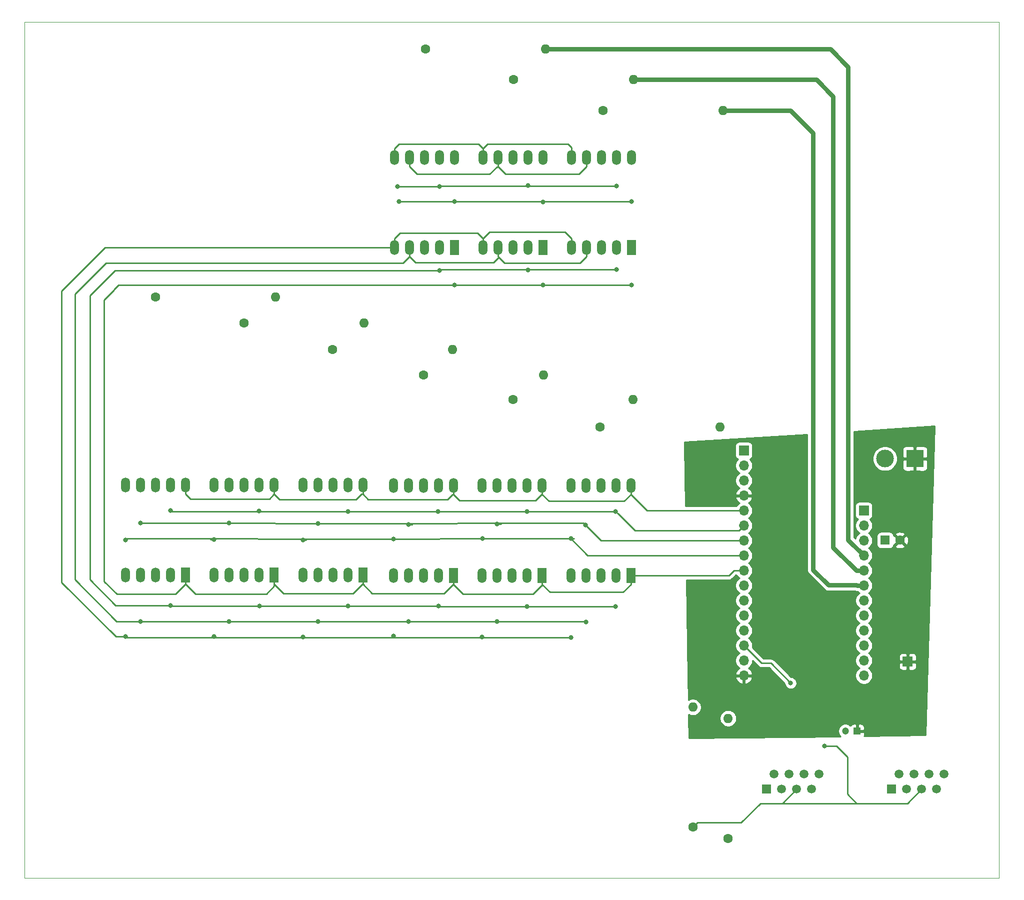
<source format=gbr>
G04 #@! TF.GenerationSoftware,KiCad,Pcbnew,5.1.5-52549c5~84~ubuntu18.04.1*
G04 #@! TF.CreationDate,2020-02-12T19:07:26-05:00*
G04 #@! TF.ProjectId,solenoid_board,736f6c65-6e6f-4696-945f-626f6172642e,rev?*
G04 #@! TF.SameCoordinates,Original*
G04 #@! TF.FileFunction,Copper,L2,Bot*
G04 #@! TF.FilePolarity,Positive*
%FSLAX46Y46*%
G04 Gerber Fmt 4.6, Leading zero omitted, Abs format (unit mm)*
G04 Created by KiCad (PCBNEW 5.1.5-52549c5~84~ubuntu18.04.1) date 2020-02-12 19:07:26*
%MOMM*%
%LPD*%
G04 APERTURE LIST*
G04 #@! TA.AperFunction,Profile*
%ADD10C,0.120000*%
G04 #@! TD*
G04 #@! TA.AperFunction,ComponentPad*
%ADD11O,1.600000X1.600000*%
G04 #@! TD*
G04 #@! TA.AperFunction,ComponentPad*
%ADD12C,1.600000*%
G04 #@! TD*
G04 #@! TA.AperFunction,ComponentPad*
%ADD13R,1.524000X2.524000*%
G04 #@! TD*
G04 #@! TA.AperFunction,ComponentPad*
%ADD14O,1.524000X2.524000*%
G04 #@! TD*
G04 #@! TA.AperFunction,ComponentPad*
%ADD15R,1.500000X1.500000*%
G04 #@! TD*
G04 #@! TA.AperFunction,ComponentPad*
%ADD16C,1.500000*%
G04 #@! TD*
G04 #@! TA.AperFunction,ComponentPad*
%ADD17R,1.600000X1.600000*%
G04 #@! TD*
G04 #@! TA.AperFunction,ComponentPad*
%ADD18R,1.200000X1.200000*%
G04 #@! TD*
G04 #@! TA.AperFunction,ComponentPad*
%ADD19C,1.200000*%
G04 #@! TD*
G04 #@! TA.AperFunction,ComponentPad*
%ADD20R,3.000000X3.000000*%
G04 #@! TD*
G04 #@! TA.AperFunction,ComponentPad*
%ADD21C,3.000000*%
G04 #@! TD*
G04 #@! TA.AperFunction,ComponentPad*
%ADD22R,1.700000X1.700000*%
G04 #@! TD*
G04 #@! TA.AperFunction,ComponentPad*
%ADD23O,1.700000X1.700000*%
G04 #@! TD*
G04 #@! TA.AperFunction,ViaPad*
%ADD24C,0.800000*%
G04 #@! TD*
G04 #@! TA.AperFunction,Conductor*
%ADD25C,0.250000*%
G04 #@! TD*
G04 #@! TA.AperFunction,Conductor*
%ADD26C,0.750000*%
G04 #@! TD*
G04 #@! TA.AperFunction,Conductor*
%ADD27C,0.254000*%
G04 #@! TD*
G04 APERTURE END LIST*
D10*
X55000000Y-160000000D02*
X220000000Y-160000000D01*
X55000000Y-15000000D02*
X55000000Y-160000000D01*
X220000000Y-15000000D02*
X55000000Y-15000000D01*
X220000000Y-160000000D02*
X220000000Y-15000000D01*
D11*
G04 #@! TO.P,R11,2*
G04 #@! TO.N,Net-(Prt_IC1-Pad1)*
X168122600Y-131038600D03*
D12*
G04 #@! TO.P,R11,1*
G04 #@! TO.N,/RJ45_5*
X168122600Y-151358600D03*
G04 #@! TD*
D13*
G04 #@! TO.P,7Seg_3,1*
G04 #@! TO.N,/A4*
X157764200Y-53174400D03*
D14*
G04 #@! TO.P,7Seg_3,2*
G04 #@! TO.N,/A5*
X155224200Y-53174400D03*
G04 #@! TO.P,7Seg_3,3*
G04 #@! TO.N,/Third_Display*
X152684200Y-53174400D03*
G04 #@! TO.P,7Seg_3,4*
G04 #@! TO.N,/C*
X150144200Y-53174400D03*
G04 #@! TO.P,7Seg_3,5*
G04 #@! TO.N,/DP*
X147604200Y-53174400D03*
G04 #@! TO.P,7Seg_3,6*
G04 #@! TO.N,/A3*
X147604200Y-37934400D03*
G04 #@! TO.P,7Seg_3,7*
G04 #@! TO.N,/A*
X150144200Y-37934400D03*
G04 #@! TO.P,7Seg_3,8*
G04 #@! TO.N,/Third_Display*
X152684200Y-37934400D03*
G04 #@! TO.P,7Seg_3,9*
G04 #@! TO.N,/A1*
X155224200Y-37934400D03*
G04 #@! TO.P,7Seg_3,10*
G04 #@! TO.N,/A0*
X157764200Y-37934400D03*
G04 #@! TD*
D11*
G04 #@! TO.P,R10,2*
G04 #@! TO.N,Net-(Prt_IC1-Pad2)*
X174117000Y-132918200D03*
D12*
G04 #@! TO.P,R10,1*
G04 #@! TO.N,/RJ45_4*
X174117000Y-153238200D03*
G04 #@! TD*
D11*
G04 #@! TO.P,R338,2*
G04 #@! TO.N,/SDA*
X172770800Y-83566000D03*
D12*
G04 #@! TO.P,R338,1*
G04 #@! TO.N,/Ninth_Display*
X152450800Y-83566000D03*
G04 #@! TD*
D11*
G04 #@! TO.P,R337,2*
G04 #@! TO.N,/SCL*
X158013400Y-78917800D03*
D12*
G04 #@! TO.P,R337,1*
G04 #@! TO.N,/Eigth_Display*
X137693400Y-78917800D03*
G04 #@! TD*
D11*
G04 #@! TO.P,R336,2*
G04 #@! TO.N,/D5*
X142824200Y-74777600D03*
D12*
G04 #@! TO.P,R336,1*
G04 #@! TO.N,/Seventh_Display*
X122504200Y-74777600D03*
G04 #@! TD*
D11*
G04 #@! TO.P,R335,2*
G04 #@! TO.N,/D6*
X127431800Y-70434200D03*
D12*
G04 #@! TO.P,R335,1*
G04 #@! TO.N,/Sixth_Display*
X107111800Y-70434200D03*
G04 #@! TD*
D11*
G04 #@! TO.P,R334,2*
G04 #@! TO.N,/D9*
X112445800Y-66014600D03*
D12*
G04 #@! TO.P,R334,1*
G04 #@! TO.N,/Fifth_Display*
X92125800Y-66014600D03*
G04 #@! TD*
D11*
G04 #@! TO.P,R333,2*
G04 #@! TO.N,/D10*
X97485200Y-61544200D03*
D12*
G04 #@! TO.P,R333,1*
G04 #@! TO.N,/Fourth_Display*
X77165200Y-61544200D03*
G04 #@! TD*
D11*
G04 #@! TO.P,R332,2*
G04 #@! TO.N,/D11*
X173202600Y-29997400D03*
D12*
G04 #@! TO.P,R332,1*
G04 #@! TO.N,/Third_Display*
X152882600Y-29997400D03*
G04 #@! TD*
G04 #@! TO.P,R331,1*
G04 #@! TO.N,/Second_Display*
X137795000Y-24790400D03*
D11*
G04 #@! TO.P,R331,2*
G04 #@! TO.N,/D12*
X158115000Y-24790400D03*
G04 #@! TD*
D12*
G04 #@! TO.P,R330,1*
G04 #@! TO.N,/First_Display*
X122885200Y-19608800D03*
D11*
G04 #@! TO.P,R330,2*
G04 #@! TO.N,/D13*
X143205200Y-19608800D03*
G04 #@! TD*
D13*
G04 #@! TO.P,7Seg_9,1*
G04 #@! TO.N,/A4*
X157618600Y-108721600D03*
D14*
G04 #@! TO.P,7Seg_9,2*
G04 #@! TO.N,/A5*
X155078600Y-108721600D03*
G04 #@! TO.P,7Seg_9,3*
G04 #@! TO.N,/Ninth_Display*
X152538600Y-108721600D03*
G04 #@! TO.P,7Seg_9,4*
G04 #@! TO.N,/C*
X149998600Y-108721600D03*
G04 #@! TO.P,7Seg_9,5*
G04 #@! TO.N,/DP*
X147458600Y-108721600D03*
G04 #@! TO.P,7Seg_9,6*
G04 #@! TO.N,/A3*
X147458600Y-93481600D03*
G04 #@! TO.P,7Seg_9,7*
G04 #@! TO.N,/A*
X149998600Y-93481600D03*
G04 #@! TO.P,7Seg_9,8*
G04 #@! TO.N,/Ninth_Display*
X152538600Y-93481600D03*
G04 #@! TO.P,7Seg_9,9*
G04 #@! TO.N,/A1*
X155078600Y-93481600D03*
G04 #@! TO.P,7Seg_9,10*
G04 #@! TO.N,/A0*
X157618600Y-93481600D03*
G04 #@! TD*
D13*
G04 #@! TO.P,7Seg_8,1*
G04 #@! TO.N,/A4*
X142618600Y-108721600D03*
D14*
G04 #@! TO.P,7Seg_8,2*
G04 #@! TO.N,/A5*
X140078600Y-108721600D03*
G04 #@! TO.P,7Seg_8,3*
G04 #@! TO.N,/Eigth_Display*
X137538600Y-108721600D03*
G04 #@! TO.P,7Seg_8,4*
G04 #@! TO.N,/C*
X134998600Y-108721600D03*
G04 #@! TO.P,7Seg_8,5*
G04 #@! TO.N,/DP*
X132458600Y-108721600D03*
G04 #@! TO.P,7Seg_8,6*
G04 #@! TO.N,/A3*
X132458600Y-93481600D03*
G04 #@! TO.P,7Seg_8,7*
G04 #@! TO.N,/A*
X134998600Y-93481600D03*
G04 #@! TO.P,7Seg_8,8*
G04 #@! TO.N,/Eigth_Display*
X137538600Y-93481600D03*
G04 #@! TO.P,7Seg_8,9*
G04 #@! TO.N,/A1*
X140078600Y-93481600D03*
G04 #@! TO.P,7Seg_8,10*
G04 #@! TO.N,/A0*
X142618600Y-93481600D03*
G04 #@! TD*
D13*
G04 #@! TO.P,7Seg_7,1*
G04 #@! TO.N,/A4*
X127618600Y-108721600D03*
D14*
G04 #@! TO.P,7Seg_7,2*
G04 #@! TO.N,/A5*
X125078600Y-108721600D03*
G04 #@! TO.P,7Seg_7,3*
G04 #@! TO.N,/Seventh_Display*
X122538600Y-108721600D03*
G04 #@! TO.P,7Seg_7,4*
G04 #@! TO.N,/C*
X119998600Y-108721600D03*
G04 #@! TO.P,7Seg_7,5*
G04 #@! TO.N,/DP*
X117458600Y-108721600D03*
G04 #@! TO.P,7Seg_7,6*
G04 #@! TO.N,/A3*
X117458600Y-93481600D03*
G04 #@! TO.P,7Seg_7,7*
G04 #@! TO.N,/A*
X119998600Y-93481600D03*
G04 #@! TO.P,7Seg_7,8*
G04 #@! TO.N,/Seventh_Display*
X122538600Y-93481600D03*
G04 #@! TO.P,7Seg_7,9*
G04 #@! TO.N,/A1*
X125078600Y-93481600D03*
G04 #@! TO.P,7Seg_7,10*
G04 #@! TO.N,/A0*
X127618600Y-93481600D03*
G04 #@! TD*
D13*
G04 #@! TO.P,7Seg_6,1*
G04 #@! TO.N,/A4*
X112238600Y-108673400D03*
D14*
G04 #@! TO.P,7Seg_6,2*
G04 #@! TO.N,/A5*
X109698600Y-108673400D03*
G04 #@! TO.P,7Seg_6,3*
G04 #@! TO.N,/Sixth_Display*
X107158600Y-108673400D03*
G04 #@! TO.P,7Seg_6,4*
G04 #@! TO.N,/C*
X104618600Y-108673400D03*
G04 #@! TO.P,7Seg_6,5*
G04 #@! TO.N,/DP*
X102078600Y-108673400D03*
G04 #@! TO.P,7Seg_6,6*
G04 #@! TO.N,/A3*
X102078600Y-93433400D03*
G04 #@! TO.P,7Seg_6,7*
G04 #@! TO.N,/A*
X104618600Y-93433400D03*
G04 #@! TO.P,7Seg_6,8*
G04 #@! TO.N,/Sixth_Display*
X107158600Y-93433400D03*
G04 #@! TO.P,7Seg_6,9*
G04 #@! TO.N,/A1*
X109698600Y-93433400D03*
G04 #@! TO.P,7Seg_6,10*
G04 #@! TO.N,/A0*
X112238600Y-93433400D03*
G04 #@! TD*
D13*
G04 #@! TO.P,7Seg_5,1*
G04 #@! TO.N,/A4*
X97238600Y-108673400D03*
D14*
G04 #@! TO.P,7Seg_5,2*
G04 #@! TO.N,/A5*
X94698600Y-108673400D03*
G04 #@! TO.P,7Seg_5,3*
G04 #@! TO.N,/Fifth_Display*
X92158600Y-108673400D03*
G04 #@! TO.P,7Seg_5,4*
G04 #@! TO.N,/C*
X89618600Y-108673400D03*
G04 #@! TO.P,7Seg_5,5*
G04 #@! TO.N,/DP*
X87078600Y-108673400D03*
G04 #@! TO.P,7Seg_5,6*
G04 #@! TO.N,/A3*
X87078600Y-93433400D03*
G04 #@! TO.P,7Seg_5,7*
G04 #@! TO.N,/A*
X89618600Y-93433400D03*
G04 #@! TO.P,7Seg_5,8*
G04 #@! TO.N,/Fifth_Display*
X92158600Y-93433400D03*
G04 #@! TO.P,7Seg_5,9*
G04 #@! TO.N,/A1*
X94698600Y-93433400D03*
G04 #@! TO.P,7Seg_5,10*
G04 #@! TO.N,/A0*
X97238600Y-93433400D03*
G04 #@! TD*
D13*
G04 #@! TO.P,7Seg_4,1*
G04 #@! TO.N,/A4*
X82238600Y-108673400D03*
D14*
G04 #@! TO.P,7Seg_4,2*
G04 #@! TO.N,/A5*
X79698600Y-108673400D03*
G04 #@! TO.P,7Seg_4,3*
G04 #@! TO.N,/Fourth_Display*
X77158600Y-108673400D03*
G04 #@! TO.P,7Seg_4,4*
G04 #@! TO.N,/C*
X74618600Y-108673400D03*
G04 #@! TO.P,7Seg_4,5*
G04 #@! TO.N,/DP*
X72078600Y-108673400D03*
G04 #@! TO.P,7Seg_4,6*
G04 #@! TO.N,/A3*
X72078600Y-93433400D03*
G04 #@! TO.P,7Seg_4,7*
G04 #@! TO.N,/A*
X74618600Y-93433400D03*
G04 #@! TO.P,7Seg_4,8*
G04 #@! TO.N,/Fourth_Display*
X77158600Y-93433400D03*
G04 #@! TO.P,7Seg_4,9*
G04 #@! TO.N,/A1*
X79698600Y-93433400D03*
G04 #@! TO.P,7Seg_4,10*
G04 #@! TO.N,/A0*
X82238600Y-93433400D03*
G04 #@! TD*
D13*
G04 #@! TO.P,7Seg_2,1*
G04 #@! TO.N,/A4*
X142764200Y-53174400D03*
D14*
G04 #@! TO.P,7Seg_2,2*
G04 #@! TO.N,/A5*
X140224200Y-53174400D03*
G04 #@! TO.P,7Seg_2,3*
G04 #@! TO.N,/Second_Display*
X137684200Y-53174400D03*
G04 #@! TO.P,7Seg_2,4*
G04 #@! TO.N,/C*
X135144200Y-53174400D03*
G04 #@! TO.P,7Seg_2,5*
G04 #@! TO.N,/DP*
X132604200Y-53174400D03*
G04 #@! TO.P,7Seg_2,6*
G04 #@! TO.N,/A3*
X132604200Y-37934400D03*
G04 #@! TO.P,7Seg_2,7*
G04 #@! TO.N,/A*
X135144200Y-37934400D03*
G04 #@! TO.P,7Seg_2,8*
G04 #@! TO.N,/Second_Display*
X137684200Y-37934400D03*
G04 #@! TO.P,7Seg_2,9*
G04 #@! TO.N,/A1*
X140224200Y-37934400D03*
G04 #@! TO.P,7Seg_2,10*
G04 #@! TO.N,/A0*
X142764200Y-37934400D03*
G04 #@! TD*
D13*
G04 #@! TO.P,7Seg_1,1*
G04 #@! TO.N,/A4*
X127764200Y-53174400D03*
D14*
G04 #@! TO.P,7Seg_1,2*
G04 #@! TO.N,/A5*
X125224200Y-53174400D03*
G04 #@! TO.P,7Seg_1,3*
G04 #@! TO.N,/First_Display*
X122684200Y-53174400D03*
G04 #@! TO.P,7Seg_1,4*
G04 #@! TO.N,/C*
X120144200Y-53174400D03*
G04 #@! TO.P,7Seg_1,5*
G04 #@! TO.N,/DP*
X117604200Y-53174400D03*
G04 #@! TO.P,7Seg_1,6*
G04 #@! TO.N,/A3*
X117604200Y-37934400D03*
G04 #@! TO.P,7Seg_1,7*
G04 #@! TO.N,/A*
X120144200Y-37934400D03*
G04 #@! TO.P,7Seg_1,8*
G04 #@! TO.N,/First_Display*
X122684200Y-37934400D03*
G04 #@! TO.P,7Seg_1,9*
G04 #@! TO.N,/A1*
X125224200Y-37934400D03*
G04 #@! TO.P,7Seg_1,10*
G04 #@! TO.N,/A0*
X127764200Y-37934400D03*
G04 #@! TD*
D15*
G04 #@! TO.P,RJ1,1*
G04 #@! TO.N,N/C*
X201803000Y-144932400D03*
D16*
G04 #@! TO.P,RJ1,2*
X203073000Y-142392400D03*
G04 #@! TO.P,RJ1,3*
X204343000Y-144932400D03*
G04 #@! TO.P,RJ1,4*
G04 #@! TO.N,/RJ45_4*
X205613000Y-142392400D03*
G04 #@! TO.P,RJ1,5*
G04 #@! TO.N,/RJ45_5*
X206883000Y-144932400D03*
G04 #@! TO.P,RJ1,6*
G04 #@! TO.N,N/C*
X208153000Y-142392400D03*
G04 #@! TO.P,RJ1,7*
X209423000Y-144932400D03*
G04 #@! TO.P,RJ1,8*
X210693000Y-142392400D03*
G04 #@! TD*
D15*
G04 #@! TO.P,RJ0,1*
G04 #@! TO.N,N/C*
X180594000Y-144932400D03*
D16*
G04 #@! TO.P,RJ0,2*
X181864000Y-142392400D03*
G04 #@! TO.P,RJ0,3*
X183134000Y-144932400D03*
G04 #@! TO.P,RJ0,4*
G04 #@! TO.N,/RJ45_4*
X184404000Y-142392400D03*
G04 #@! TO.P,RJ0,5*
G04 #@! TO.N,/RJ45_5*
X185674000Y-144932400D03*
G04 #@! TO.P,RJ0,6*
G04 #@! TO.N,N/C*
X186944000Y-142392400D03*
G04 #@! TO.P,RJ0,7*
X188214000Y-144932400D03*
G04 #@! TO.P,RJ0,8*
X189484000Y-142392400D03*
G04 #@! TD*
D17*
G04 #@! TO.P,CP0,1*
G04 #@! TO.N,+5V*
X200710800Y-102768400D03*
D12*
G04 #@! TO.P,CP0,2*
G04 #@! TO.N,GND*
X203210800Y-102768400D03*
G04 #@! TD*
D18*
G04 #@! TO.P,C0.1nF0,1*
G04 #@! TO.N,GND*
X195961000Y-135077200D03*
D19*
G04 #@! TO.P,C0.1nF0,2*
G04 #@! TO.N,+3V3*
X193961000Y-135077200D03*
G04 #@! TD*
D20*
G04 #@! TO.P,+5V_IN1,1*
G04 #@! TO.N,GND*
X205740000Y-88950800D03*
D21*
G04 #@! TO.P,+5V_IN1,2*
G04 #@! TO.N,+5V*
X200660000Y-88950800D03*
G04 #@! TD*
D22*
G04 #@! TO.P,GND1,1*
G04 #@! TO.N,GND*
X204520800Y-123317000D03*
G04 #@! TD*
G04 #@! TO.P,J3,1*
G04 #@! TO.N,N/C*
X197104000Y-97739200D03*
D23*
G04 #@! TO.P,J3,2*
X197104000Y-100279200D03*
G04 #@! TO.P,J3,3*
G04 #@! TO.N,+5V*
X197104000Y-102819200D03*
G04 #@! TO.P,J3,4*
G04 #@! TO.N,/D13*
X197104000Y-105359200D03*
G04 #@! TO.P,J3,5*
G04 #@! TO.N,/D12*
X197104000Y-107899200D03*
G04 #@! TO.P,J3,6*
G04 #@! TO.N,/D11*
X197104000Y-110439200D03*
G04 #@! TO.P,J3,7*
G04 #@! TO.N,/D10*
X197104000Y-112979200D03*
G04 #@! TO.P,J3,8*
G04 #@! TO.N,/D9*
X197104000Y-115519200D03*
G04 #@! TO.P,J3,9*
G04 #@! TO.N,/D6*
X197104000Y-118059200D03*
G04 #@! TO.P,J3,10*
G04 #@! TO.N,/D5*
X197104000Y-120599200D03*
G04 #@! TO.P,J3,11*
G04 #@! TO.N,/SCL*
X197104000Y-123139200D03*
G04 #@! TO.P,J3,12*
G04 #@! TO.N,/SDA*
X197104000Y-125679200D03*
G04 #@! TD*
D22*
G04 #@! TO.P,J2,1*
G04 #@! TO.N,N/C*
X176784000Y-87579200D03*
D23*
G04 #@! TO.P,J2,2*
G04 #@! TO.N,+3V3*
X176784000Y-90119200D03*
G04 #@! TO.P,J2,3*
G04 #@! TO.N,N/C*
X176784000Y-92659200D03*
G04 #@! TO.P,J2,4*
G04 #@! TO.N,GND*
X176784000Y-95199200D03*
G04 #@! TO.P,J2,5*
G04 #@! TO.N,/A0*
X176784000Y-97739200D03*
G04 #@! TO.P,J2,6*
G04 #@! TO.N,/A1*
X176784000Y-100279200D03*
G04 #@! TO.P,J2,7*
G04 #@! TO.N,/A*
X176784000Y-102819200D03*
G04 #@! TO.P,J2,8*
G04 #@! TO.N,/A3*
X176784000Y-105359200D03*
G04 #@! TO.P,J2,9*
G04 #@! TO.N,/A4*
X176784000Y-107899200D03*
G04 #@! TO.P,J2,10*
G04 #@! TO.N,/A5*
X176784000Y-110439200D03*
G04 #@! TO.P,J2,11*
G04 #@! TO.N,/C*
X176784000Y-112979200D03*
G04 #@! TO.P,J2,12*
G04 #@! TO.N,/DP*
X176784000Y-115519200D03*
G04 #@! TO.P,J2,13*
G04 #@! TO.N,/MISO*
X176784000Y-118059200D03*
G04 #@! TO.P,J2,14*
G04 #@! TO.N,/RX0*
X176784000Y-120599200D03*
G04 #@! TO.P,J2,15*
G04 #@! TO.N,/TX1*
X176784000Y-123139200D03*
G04 #@! TO.P,J2,16*
G04 #@! TO.N,GND*
X176784000Y-125679200D03*
G04 #@! TD*
D24*
G04 #@! TO.N,GND*
X184353200Y-132435600D03*
G04 #@! TO.N,/RX0*
X184708800Y-126949200D03*
G04 #@! TO.N,/A4*
X127787400Y-59537600D03*
X142773400Y-59563000D03*
X157759400Y-59537600D03*
G04 #@! TO.N,/RJ45_5*
X190398400Y-137642600D03*
G04 #@! TO.N,/A5*
X155067000Y-113995200D03*
X140078600Y-113972200D03*
X79698600Y-113836200D03*
X94716600Y-113868200D03*
X109698600Y-113915000D03*
X125078600Y-113910000D03*
X125224200Y-57126800D03*
X140224200Y-57006800D03*
X155224200Y-56926200D03*
G04 #@! TO.N,/C*
X149998600Y-116572200D03*
X134998600Y-116563000D03*
X119998600Y-116526200D03*
X104618600Y-116513800D03*
X89618600Y-116517200D03*
X74618600Y-116503200D03*
G04 #@! TO.N,/A3*
X147458600Y-102502800D03*
X132486400Y-102514400D03*
X117475000Y-102539800D03*
X102078600Y-102713600D03*
X87078600Y-102684800D03*
X72059800Y-102692200D03*
G04 #@! TO.N,/DP*
X147458600Y-119216000D03*
X132458600Y-119179200D03*
X117458600Y-118990000D03*
X102108000Y-119151400D03*
X87078600Y-119093200D03*
X72078600Y-119094000D03*
G04 #@! TO.N,/A*
X149961600Y-100203000D03*
X134998600Y-100002200D03*
X119989600Y-100076000D03*
X104618600Y-99927600D03*
X89618600Y-99854800D03*
X74618600Y-99828600D03*
G04 #@! TO.N,/A1*
X155067000Y-97866200D03*
X140081000Y-97917000D03*
X124993400Y-97891600D03*
X109753400Y-97866200D03*
X94665800Y-97840800D03*
X79698600Y-97732600D03*
X155224200Y-42778400D03*
X140224200Y-42739000D03*
X125224200Y-42898400D03*
X118133200Y-42898400D03*
G04 #@! TO.N,/A0*
X157764200Y-45420000D03*
X142748000Y-45466000D03*
X127764200Y-45413000D03*
X118338600Y-45415200D03*
G04 #@! TD*
D25*
G04 #@! TO.N,/RX0*
X177633999Y-121449199D02*
X176784000Y-120599200D01*
X179781200Y-123596400D02*
X177633999Y-121449199D01*
X181356000Y-123596400D02*
X179781200Y-123596400D01*
X184708800Y-126949200D02*
X181356000Y-123596400D01*
G04 #@! TO.N,/A4*
X157618600Y-110233600D02*
X156320800Y-111531400D01*
X157618600Y-108721600D02*
X157618600Y-110233600D01*
X142618600Y-110233600D02*
X142618600Y-108721600D01*
X143916400Y-111531400D02*
X142618600Y-110233600D01*
X156320800Y-111531400D02*
X143916400Y-111531400D01*
X142618600Y-110233600D02*
X142618600Y-110314600D01*
X142618600Y-110314600D02*
X141097000Y-111836200D01*
X127618600Y-110233600D02*
X127618600Y-108721600D01*
X129221200Y-111836200D02*
X127618600Y-110233600D01*
X141097000Y-111836200D02*
X129221200Y-111836200D01*
X127618600Y-110233600D02*
X127535800Y-110233600D01*
X127535800Y-110233600D02*
X126009400Y-111760000D01*
X113813200Y-111760000D02*
X112238600Y-110185400D01*
X112238600Y-110185400D02*
X112238600Y-108673400D01*
X126009400Y-111760000D02*
X113813200Y-111760000D01*
X112238600Y-110185400D02*
X112191600Y-110185400D01*
X112191600Y-110185400D02*
X110591600Y-111785400D01*
X97238600Y-110185400D02*
X97238600Y-108673400D01*
X98838600Y-111785400D02*
X97238600Y-110185400D01*
X110591600Y-111785400D02*
X98838600Y-111785400D01*
X97238600Y-110185400D02*
X97238600Y-110508000D01*
X97238600Y-110508000D02*
X95910400Y-111836200D01*
X82238600Y-110185400D02*
X82238600Y-108673400D01*
X83889400Y-111836200D02*
X82238600Y-110185400D01*
X95910400Y-111836200D02*
X83889400Y-111836200D01*
X176784000Y-107899200D02*
X175082200Y-107899200D01*
X174259800Y-108721600D02*
X157618600Y-108721600D01*
X175082200Y-107899200D02*
X174259800Y-108721600D01*
X157759400Y-59537600D02*
X127787400Y-59537600D01*
X70866000Y-59537600D02*
X127221715Y-59537600D01*
X70111401Y-60292199D02*
X70866000Y-59537600D01*
X82238600Y-110185400D02*
X80511600Y-111912400D01*
X80511600Y-111912400D02*
X70612000Y-111912400D01*
X127221715Y-59537600D02*
X127787400Y-59537600D01*
X70111401Y-60419199D02*
X70111401Y-60292199D01*
X70612000Y-111912400D02*
X68453000Y-109753400D01*
X68453000Y-109753400D02*
X68453000Y-62077600D01*
X68453000Y-62077600D02*
X70111401Y-60419199D01*
D26*
G04 #@! TO.N,/D11*
X195901919Y-110439200D02*
X195851119Y-110388400D01*
X197104000Y-110439200D02*
X195901919Y-110439200D01*
X195851119Y-110388400D02*
X191109600Y-110388400D01*
X191109600Y-110388400D02*
X188493400Y-107772200D01*
X188493400Y-107772200D02*
X188493400Y-33782000D01*
X184708800Y-29997400D02*
X173202600Y-29997400D01*
X188493400Y-33782000D02*
X184708800Y-29997400D01*
G04 #@! TO.N,/D12*
X197104000Y-107899200D02*
X195834000Y-107899200D01*
X195834000Y-107899200D02*
X191897000Y-103962200D01*
X191897000Y-103962200D02*
X191897000Y-27609800D01*
X189077600Y-24790400D02*
X158115000Y-24790400D01*
X191897000Y-27609800D02*
X189077600Y-24790400D01*
D25*
G04 #@! TO.N,/RJ45_4*
X205383000Y-142392400D02*
X205613000Y-142392400D01*
G04 #@! TO.N,/RJ45_5*
X168922599Y-150558601D02*
X176313999Y-150558601D01*
X168122600Y-151358600D02*
X168922599Y-150558601D01*
X176313999Y-150558601D02*
X179552600Y-147320000D01*
X183286400Y-147320000D02*
X185674000Y-144932400D01*
X179552600Y-147320000D02*
X183286400Y-147320000D01*
X204495400Y-147320000D02*
X206883000Y-144932400D01*
X196799200Y-147320000D02*
X195884800Y-147320000D01*
X196799200Y-147320000D02*
X204495400Y-147320000D01*
X183286400Y-147320000D02*
X196799200Y-147320000D01*
X195884800Y-147320000D02*
X194284600Y-145719800D01*
X194284600Y-145719800D02*
X194284600Y-139446000D01*
X194284600Y-139446000D02*
X192481200Y-137642600D01*
X192481200Y-137642600D02*
X190398400Y-137642600D01*
X190398400Y-137642600D02*
X190398400Y-137642600D01*
G04 #@! TO.N,/A5*
X140101600Y-113995200D02*
X140078600Y-113972200D01*
X155067000Y-113995200D02*
X140101600Y-113995200D01*
X125140800Y-113972200D02*
X125078600Y-113910000D01*
X140078600Y-113972200D02*
X125140800Y-113972200D01*
X94758400Y-113910000D02*
X94716600Y-113868200D01*
X125078600Y-113910000D02*
X94758400Y-113910000D01*
X79730600Y-113868200D02*
X79698600Y-113836200D01*
X94716600Y-113868200D02*
X79730600Y-113868200D01*
X125424800Y-56926200D02*
X125224200Y-57126800D01*
X155224200Y-56926200D02*
X125424800Y-56926200D01*
X79698600Y-113836200D02*
X70402200Y-113836200D01*
X70402200Y-113836200D02*
X66014600Y-109448600D01*
X66014600Y-109448600D02*
X66014600Y-61366400D01*
X70254200Y-57126800D02*
X125224200Y-57126800D01*
X66014600Y-61366400D02*
X70254200Y-57126800D01*
G04 #@! TO.N,/C*
X149929600Y-116503200D02*
X149998600Y-116572200D01*
X74618600Y-116503200D02*
X149929600Y-116503200D01*
G04 #@! TO.N,/A3*
X72249200Y-102502800D02*
X72059800Y-102692200D01*
X86512915Y-102684800D02*
X86360000Y-102531885D01*
X86360000Y-102531885D02*
X86360000Y-102514400D01*
X87078600Y-102684800D02*
X86512915Y-102684800D01*
X86360000Y-102514400D02*
X72249200Y-102502800D01*
X102666800Y-102691085D02*
X102666800Y-102590600D01*
X102644285Y-102713600D02*
X102666800Y-102691085D01*
X102078600Y-102713600D02*
X102644285Y-102713600D01*
X147458600Y-102502800D02*
X102666800Y-102590600D01*
X102666800Y-102590600D02*
X86360000Y-102514400D01*
X148024285Y-102502800D02*
X148035885Y-102514400D01*
X147458600Y-102502800D02*
X148024285Y-102502800D01*
X150315000Y-105359200D02*
X147458600Y-102502800D01*
X176784000Y-105359200D02*
X150315000Y-105359200D01*
X147604200Y-37934400D02*
X147604200Y-36225200D01*
X147604200Y-36225200D02*
X147015200Y-35636200D01*
X132604200Y-36422400D02*
X132604200Y-37934400D01*
X133390400Y-35636200D02*
X132604200Y-36422400D01*
X147015200Y-35636200D02*
X133390400Y-35636200D01*
X132604200Y-36422400D02*
X131868800Y-35687000D01*
X117604200Y-36422400D02*
X117604200Y-37934400D01*
X118339600Y-35687000D02*
X117604200Y-36422400D01*
X131868800Y-35687000D02*
X118339600Y-35687000D01*
D26*
G04 #@! TO.N,/D13*
X191439800Y-19608800D02*
X143205200Y-19608800D01*
X194437000Y-22606000D02*
X191439800Y-19608800D01*
X194437000Y-102692200D02*
X197104000Y-105359200D01*
X194437000Y-22606000D02*
X194437000Y-102692200D01*
D25*
G04 #@! TO.N,/DP*
X72200600Y-119216000D02*
X72078600Y-119094000D01*
X147458600Y-119216000D02*
X72200600Y-119216000D01*
G04 #@! TO.N,/A*
X149587200Y-99828600D02*
X149961600Y-100203000D01*
X135744485Y-99822000D02*
X135763000Y-99822000D01*
X135564285Y-100002200D02*
X135744485Y-99822000D01*
X134998600Y-100002200D02*
X135564285Y-100002200D01*
X135763000Y-99822000D02*
X149587200Y-99828600D01*
X120555285Y-100076000D02*
X120624600Y-100006685D01*
X119989600Y-100076000D02*
X120555285Y-100076000D01*
X120624600Y-100006685D02*
X120624600Y-99949000D01*
X74618600Y-99828600D02*
X120624600Y-99949000D01*
X120624600Y-99949000D02*
X135763000Y-99822000D01*
G04 #@! TO.N,/A0*
X157618600Y-94993600D02*
X156447800Y-96164400D01*
X143789400Y-96164400D02*
X142618600Y-94993600D01*
X142618600Y-94993600D02*
X142618600Y-93481600D01*
X156447800Y-96164400D02*
X143789400Y-96164400D01*
X142618600Y-94993600D02*
X142496400Y-94993600D01*
X142496400Y-94993600D02*
X141478000Y-96012000D01*
X127618600Y-94993600D02*
X127618600Y-93481600D01*
X128637000Y-96012000D02*
X127618600Y-94993600D01*
X141478000Y-96012000D02*
X128637000Y-96012000D01*
X127618600Y-94993600D02*
X127459600Y-94993600D01*
X127459600Y-94993600D02*
X126619000Y-95834200D01*
X112238600Y-94945400D02*
X112238600Y-93433400D01*
X113127400Y-95834200D02*
X112238600Y-94945400D01*
X126619000Y-95834200D02*
X113127400Y-95834200D01*
X112238600Y-94945400D02*
X112039200Y-94945400D01*
X112039200Y-94945400D02*
X111099600Y-95885000D01*
X97238600Y-94945400D02*
X97238600Y-93433400D01*
X98178200Y-95885000D02*
X97238600Y-94945400D01*
X111099600Y-95885000D02*
X98178200Y-95885000D01*
X97238600Y-94945400D02*
X97238600Y-94963200D01*
X97181390Y-95020410D02*
X97155990Y-95020410D01*
X97238600Y-94963200D02*
X97181390Y-95020410D01*
X97155990Y-95020410D02*
X96418400Y-95758000D01*
X82238600Y-94945400D02*
X82238600Y-93433400D01*
X83051200Y-95758000D02*
X82238600Y-94945400D01*
X96418400Y-95758000D02*
X83051200Y-95758000D01*
G04 #@! TO.N,/A1*
X79832200Y-97866200D02*
X79698600Y-97732600D01*
X155067000Y-97866200D02*
X79832200Y-97866200D01*
X155466999Y-98266199D02*
X155067000Y-97866200D01*
X158329999Y-101129199D02*
X155466999Y-98266199D01*
X175934001Y-101129199D02*
X158329999Y-101129199D01*
X176784000Y-100279200D02*
X175934001Y-101129199D01*
X125344200Y-42778400D02*
X125224200Y-42898400D01*
X155224200Y-42778400D02*
X125344200Y-42778400D01*
X125224200Y-42898400D02*
X118133200Y-42898400D01*
X118133200Y-42898400D02*
X118133200Y-42898400D01*
G04 #@! TO.N,/DP*
X147604200Y-51662400D02*
X146513200Y-50571400D01*
X147604200Y-53174400D02*
X147604200Y-51662400D01*
X132604200Y-51662400D02*
X132604200Y-53174400D01*
X133695200Y-50571400D02*
X132604200Y-51662400D01*
X146513200Y-50571400D02*
X133695200Y-50571400D01*
X132604200Y-51662400D02*
X132604200Y-51654400D01*
X132604200Y-51654400D02*
X131673600Y-50723800D01*
X117604200Y-51662400D02*
X117604200Y-53174400D01*
X118542800Y-50723800D02*
X117604200Y-51662400D01*
X131673600Y-50723800D02*
X118542800Y-50723800D01*
X72078600Y-119094000D02*
X70453000Y-119094000D01*
X70453000Y-119094000D02*
X61264800Y-109905800D01*
X61264800Y-109905800D02*
X61264800Y-60528200D01*
X68618600Y-53174400D02*
X117604200Y-53174400D01*
X61264800Y-60528200D02*
X68618600Y-53174400D01*
G04 #@! TO.N,/A*
X152577800Y-102819200D02*
X149961600Y-100203000D01*
X176784000Y-102819200D02*
X152577800Y-102819200D01*
X150144200Y-39446400D02*
X148874400Y-40716200D01*
X150144200Y-37934400D02*
X150144200Y-39446400D01*
X135144200Y-39446400D02*
X135144200Y-37934400D01*
X148874400Y-40716200D02*
X136414000Y-40716200D01*
X135237600Y-39539800D02*
X134958200Y-39539800D01*
X135237600Y-39539800D02*
X135144200Y-39446400D01*
X136414000Y-40716200D02*
X135237600Y-39539800D01*
X134958200Y-39539800D02*
X133731000Y-40767000D01*
X120144200Y-39446400D02*
X120144200Y-37934400D01*
X121464800Y-40767000D02*
X120144200Y-39446400D01*
X133731000Y-40767000D02*
X121464800Y-40767000D01*
G04 #@! TO.N,/C*
X150144200Y-54686400D02*
X149026800Y-55803800D01*
X150144200Y-53174400D02*
X150144200Y-54686400D01*
X135144200Y-54686400D02*
X135144200Y-53174400D01*
X149026800Y-55803800D02*
X136261600Y-55803800D01*
X135237600Y-54779800D02*
X135237600Y-54906800D01*
X135237600Y-54779800D02*
X135144200Y-54686400D01*
X136261600Y-55803800D02*
X135237600Y-54779800D01*
X135237600Y-54906800D02*
X134416800Y-55727600D01*
X121185400Y-55727600D02*
X120144200Y-54686400D01*
X134416800Y-55727600D02*
X121185400Y-55727600D01*
X74618600Y-116503200D02*
X70554600Y-116503200D01*
X70554600Y-116503200D02*
X63474600Y-109423200D01*
X63474600Y-109423200D02*
X63474600Y-61112400D01*
X63474600Y-61112400D02*
X68783200Y-55803800D01*
X120144200Y-54686400D02*
X120144200Y-53174400D01*
X119026800Y-55803800D02*
X120144200Y-54686400D01*
X68783200Y-55803800D02*
X119026800Y-55803800D01*
G04 #@! TO.N,/A0*
X157618600Y-94993600D02*
X157618600Y-93481600D01*
X160364200Y-97739200D02*
X157618600Y-94993600D01*
X176784000Y-97739200D02*
X160364200Y-97739200D01*
X128329885Y-45413000D02*
X127764200Y-45413000D01*
X157191515Y-45413000D02*
X128329885Y-45413000D01*
X157198515Y-45420000D02*
X157191515Y-45413000D01*
X157764200Y-45420000D02*
X157198515Y-45420000D01*
X127198515Y-45413000D02*
X127196315Y-45415200D01*
X127764200Y-45413000D02*
X127198515Y-45413000D01*
X127196315Y-45415200D02*
X118338600Y-45415200D01*
X118338600Y-45415200D02*
X118338600Y-45415200D01*
G04 #@! TD*
D27*
G04 #@! TO.N,GND*
G36*
X207523377Y-135730985D02*
G01*
X207509267Y-135750906D01*
X207499117Y-135773639D01*
X207495425Y-135789878D01*
X197152807Y-135913781D01*
X197186812Y-135801682D01*
X197199072Y-135677200D01*
X197196000Y-135362950D01*
X197037250Y-135204200D01*
X196088000Y-135204200D01*
X196088000Y-135224200D01*
X195834000Y-135224200D01*
X195834000Y-135204200D01*
X195814000Y-135204200D01*
X195814000Y-134950200D01*
X195834000Y-134950200D01*
X195834000Y-134000950D01*
X196088000Y-134000950D01*
X196088000Y-134950200D01*
X197037250Y-134950200D01*
X197196000Y-134791450D01*
X197199072Y-134477200D01*
X197186812Y-134352718D01*
X197150502Y-134233020D01*
X197091537Y-134122706D01*
X197012185Y-134026015D01*
X196915494Y-133946663D01*
X196805180Y-133887698D01*
X196685482Y-133851388D01*
X196561000Y-133839128D01*
X196246750Y-133842200D01*
X196088000Y-134000950D01*
X195834000Y-134000950D01*
X195675250Y-133842200D01*
X195361000Y-133839128D01*
X195236518Y-133851388D01*
X195116820Y-133887698D01*
X195006506Y-133946663D01*
X194909815Y-134026015D01*
X194830463Y-134122706D01*
X194803501Y-134173147D01*
X194748267Y-134117913D01*
X194545992Y-133982757D01*
X194321236Y-133889660D01*
X194082637Y-133842200D01*
X193839363Y-133842200D01*
X193600764Y-133889660D01*
X193376008Y-133982757D01*
X193173733Y-134117913D01*
X193001713Y-134289933D01*
X192866557Y-134492208D01*
X192773460Y-134716964D01*
X192726000Y-134955563D01*
X192726000Y-135198837D01*
X192773460Y-135437436D01*
X192866557Y-135662192D01*
X193001713Y-135864467D01*
X193099584Y-135962338D01*
X167460397Y-136269491D01*
X167411057Y-132776865D01*
X172682000Y-132776865D01*
X172682000Y-133059535D01*
X172737147Y-133336774D01*
X172845320Y-133597927D01*
X173002363Y-133832959D01*
X173202241Y-134032837D01*
X173437273Y-134189880D01*
X173698426Y-134298053D01*
X173975665Y-134353200D01*
X174258335Y-134353200D01*
X174535574Y-134298053D01*
X174796727Y-134189880D01*
X175031759Y-134032837D01*
X175231637Y-133832959D01*
X175388680Y-133597927D01*
X175496853Y-133336774D01*
X175552000Y-133059535D01*
X175552000Y-132776865D01*
X175496853Y-132499626D01*
X175388680Y-132238473D01*
X175231637Y-132003441D01*
X175031759Y-131803563D01*
X174796727Y-131646520D01*
X174535574Y-131538347D01*
X174258335Y-131483200D01*
X173975665Y-131483200D01*
X173698426Y-131538347D01*
X173437273Y-131646520D01*
X173202241Y-131803563D01*
X173002363Y-132003441D01*
X172845320Y-132238473D01*
X172737147Y-132499626D01*
X172682000Y-132776865D01*
X167411057Y-132776865D01*
X167404099Y-132284372D01*
X167442873Y-132310280D01*
X167704026Y-132418453D01*
X167981265Y-132473600D01*
X168263935Y-132473600D01*
X168541174Y-132418453D01*
X168802327Y-132310280D01*
X169037359Y-132153237D01*
X169237237Y-131953359D01*
X169394280Y-131718327D01*
X169502453Y-131457174D01*
X169557600Y-131179935D01*
X169557600Y-130897265D01*
X169502453Y-130620026D01*
X169394280Y-130358873D01*
X169237237Y-130123841D01*
X169037359Y-129923963D01*
X168802327Y-129766920D01*
X168541174Y-129658747D01*
X168263935Y-129603600D01*
X167981265Y-129603600D01*
X167704026Y-129658747D01*
X167442873Y-129766920D01*
X167369229Y-129816127D01*
X167315829Y-126036090D01*
X175342524Y-126036090D01*
X175387175Y-126183299D01*
X175512359Y-126446120D01*
X175686412Y-126679469D01*
X175902645Y-126874378D01*
X176152748Y-127023357D01*
X176427109Y-127120681D01*
X176657000Y-127000014D01*
X176657000Y-125806200D01*
X176911000Y-125806200D01*
X176911000Y-127000014D01*
X177140891Y-127120681D01*
X177415252Y-127023357D01*
X177665355Y-126874378D01*
X177881588Y-126679469D01*
X178055641Y-126446120D01*
X178180825Y-126183299D01*
X178225476Y-126036090D01*
X178104155Y-125806200D01*
X176911000Y-125806200D01*
X176657000Y-125806200D01*
X175463845Y-125806200D01*
X175342524Y-126036090D01*
X167315829Y-126036090D01*
X167081961Y-109481600D01*
X174222478Y-109481600D01*
X174259800Y-109485276D01*
X174297122Y-109481600D01*
X174297133Y-109481600D01*
X174408786Y-109470603D01*
X174552047Y-109427146D01*
X174684076Y-109356574D01*
X174799801Y-109261601D01*
X174823603Y-109232598D01*
X175397002Y-108659200D01*
X175505822Y-108659200D01*
X175630525Y-108845832D01*
X175837368Y-109052675D01*
X176011760Y-109169200D01*
X175837368Y-109285725D01*
X175630525Y-109492568D01*
X175468010Y-109735789D01*
X175356068Y-110006042D01*
X175299000Y-110292940D01*
X175299000Y-110585460D01*
X175356068Y-110872358D01*
X175468010Y-111142611D01*
X175630525Y-111385832D01*
X175837368Y-111592675D01*
X176011760Y-111709200D01*
X175837368Y-111825725D01*
X175630525Y-112032568D01*
X175468010Y-112275789D01*
X175356068Y-112546042D01*
X175299000Y-112832940D01*
X175299000Y-113125460D01*
X175356068Y-113412358D01*
X175468010Y-113682611D01*
X175630525Y-113925832D01*
X175837368Y-114132675D01*
X176011760Y-114249200D01*
X175837368Y-114365725D01*
X175630525Y-114572568D01*
X175468010Y-114815789D01*
X175356068Y-115086042D01*
X175299000Y-115372940D01*
X175299000Y-115665460D01*
X175356068Y-115952358D01*
X175468010Y-116222611D01*
X175630525Y-116465832D01*
X175837368Y-116672675D01*
X176011760Y-116789200D01*
X175837368Y-116905725D01*
X175630525Y-117112568D01*
X175468010Y-117355789D01*
X175356068Y-117626042D01*
X175299000Y-117912940D01*
X175299000Y-118205460D01*
X175356068Y-118492358D01*
X175468010Y-118762611D01*
X175630525Y-119005832D01*
X175837368Y-119212675D01*
X176011760Y-119329200D01*
X175837368Y-119445725D01*
X175630525Y-119652568D01*
X175468010Y-119895789D01*
X175356068Y-120166042D01*
X175299000Y-120452940D01*
X175299000Y-120745460D01*
X175356068Y-121032358D01*
X175468010Y-121302611D01*
X175630525Y-121545832D01*
X175837368Y-121752675D01*
X176011760Y-121869200D01*
X175837368Y-121985725D01*
X175630525Y-122192568D01*
X175468010Y-122435789D01*
X175356068Y-122706042D01*
X175299000Y-122992940D01*
X175299000Y-123285460D01*
X175356068Y-123572358D01*
X175468010Y-123842611D01*
X175630525Y-124085832D01*
X175837368Y-124292675D01*
X176019534Y-124414395D01*
X175902645Y-124484022D01*
X175686412Y-124678931D01*
X175512359Y-124912280D01*
X175387175Y-125175101D01*
X175342524Y-125322310D01*
X175463845Y-125552200D01*
X176657000Y-125552200D01*
X176657000Y-125532200D01*
X176911000Y-125532200D01*
X176911000Y-125552200D01*
X178104155Y-125552200D01*
X178225476Y-125322310D01*
X178180825Y-125175101D01*
X178055641Y-124912280D01*
X177881588Y-124678931D01*
X177665355Y-124484022D01*
X177548466Y-124414395D01*
X177730632Y-124292675D01*
X177937475Y-124085832D01*
X178099990Y-123842611D01*
X178211932Y-123572358D01*
X178269000Y-123285460D01*
X178269000Y-123159002D01*
X179217400Y-124107402D01*
X179241199Y-124136401D01*
X179356924Y-124231374D01*
X179488953Y-124301946D01*
X179632214Y-124345403D01*
X179743867Y-124356400D01*
X179743875Y-124356400D01*
X179781200Y-124360076D01*
X179818525Y-124356400D01*
X181041199Y-124356400D01*
X183673800Y-126989002D01*
X183673800Y-127051139D01*
X183713574Y-127251098D01*
X183791595Y-127439456D01*
X183904863Y-127608974D01*
X184049026Y-127753137D01*
X184218544Y-127866405D01*
X184406902Y-127944426D01*
X184606861Y-127984200D01*
X184810739Y-127984200D01*
X185010698Y-127944426D01*
X185199056Y-127866405D01*
X185368574Y-127753137D01*
X185512737Y-127608974D01*
X185626005Y-127439456D01*
X185704026Y-127251098D01*
X185743800Y-127051139D01*
X185743800Y-126847261D01*
X185704026Y-126647302D01*
X185626005Y-126458944D01*
X185512737Y-126289426D01*
X185368574Y-126145263D01*
X185199056Y-126031995D01*
X185010698Y-125953974D01*
X184810739Y-125914200D01*
X184748602Y-125914200D01*
X181919804Y-123085403D01*
X181896001Y-123056399D01*
X181780276Y-122961426D01*
X181648247Y-122890854D01*
X181504986Y-122847397D01*
X181393333Y-122836400D01*
X181393322Y-122836400D01*
X181356000Y-122832724D01*
X181318678Y-122836400D01*
X180096002Y-122836400D01*
X178225209Y-120965608D01*
X178269000Y-120745460D01*
X178269000Y-120452940D01*
X178211932Y-120166042D01*
X178099990Y-119895789D01*
X177937475Y-119652568D01*
X177730632Y-119445725D01*
X177556240Y-119329200D01*
X177730632Y-119212675D01*
X177937475Y-119005832D01*
X178099990Y-118762611D01*
X178211932Y-118492358D01*
X178269000Y-118205460D01*
X178269000Y-117912940D01*
X178211932Y-117626042D01*
X178099990Y-117355789D01*
X177937475Y-117112568D01*
X177730632Y-116905725D01*
X177556240Y-116789200D01*
X177730632Y-116672675D01*
X177937475Y-116465832D01*
X178099990Y-116222611D01*
X178211932Y-115952358D01*
X178269000Y-115665460D01*
X178269000Y-115372940D01*
X178211932Y-115086042D01*
X178099990Y-114815789D01*
X177937475Y-114572568D01*
X177730632Y-114365725D01*
X177556240Y-114249200D01*
X177730632Y-114132675D01*
X177937475Y-113925832D01*
X178099990Y-113682611D01*
X178211932Y-113412358D01*
X178269000Y-113125460D01*
X178269000Y-112832940D01*
X178211932Y-112546042D01*
X178099990Y-112275789D01*
X177937475Y-112032568D01*
X177730632Y-111825725D01*
X177556240Y-111709200D01*
X177730632Y-111592675D01*
X177937475Y-111385832D01*
X178099990Y-111142611D01*
X178211932Y-110872358D01*
X178269000Y-110585460D01*
X178269000Y-110292940D01*
X178211932Y-110006042D01*
X178099990Y-109735789D01*
X177937475Y-109492568D01*
X177730632Y-109285725D01*
X177556240Y-109169200D01*
X177730632Y-109052675D01*
X177937475Y-108845832D01*
X178099990Y-108602611D01*
X178211932Y-108332358D01*
X178269000Y-108045460D01*
X178269000Y-107752940D01*
X178211932Y-107466042D01*
X178099990Y-107195789D01*
X177937475Y-106952568D01*
X177730632Y-106745725D01*
X177556240Y-106629200D01*
X177730632Y-106512675D01*
X177937475Y-106305832D01*
X178099990Y-106062611D01*
X178211932Y-105792358D01*
X178269000Y-105505460D01*
X178269000Y-105212940D01*
X178211932Y-104926042D01*
X178099990Y-104655789D01*
X177937475Y-104412568D01*
X177730632Y-104205725D01*
X177556240Y-104089200D01*
X177730632Y-103972675D01*
X177937475Y-103765832D01*
X178099990Y-103522611D01*
X178211932Y-103252358D01*
X178269000Y-102965460D01*
X178269000Y-102672940D01*
X178211932Y-102386042D01*
X178099990Y-102115789D01*
X177937475Y-101872568D01*
X177730632Y-101665725D01*
X177556240Y-101549200D01*
X177730632Y-101432675D01*
X177937475Y-101225832D01*
X178099990Y-100982611D01*
X178211932Y-100712358D01*
X178269000Y-100425460D01*
X178269000Y-100132940D01*
X178211932Y-99846042D01*
X178099990Y-99575789D01*
X177937475Y-99332568D01*
X177730632Y-99125725D01*
X177556240Y-99009200D01*
X177730632Y-98892675D01*
X177937475Y-98685832D01*
X178099990Y-98442611D01*
X178211932Y-98172358D01*
X178269000Y-97885460D01*
X178269000Y-97592940D01*
X178211932Y-97306042D01*
X178099990Y-97035789D01*
X177937475Y-96792568D01*
X177730632Y-96585725D01*
X177548466Y-96464005D01*
X177665355Y-96394378D01*
X177881588Y-96199469D01*
X178055641Y-95966120D01*
X178180825Y-95703299D01*
X178225476Y-95556090D01*
X178104155Y-95326200D01*
X176911000Y-95326200D01*
X176911000Y-95346200D01*
X176657000Y-95346200D01*
X176657000Y-95326200D01*
X175463845Y-95326200D01*
X175342524Y-95556090D01*
X175387175Y-95703299D01*
X175512359Y-95966120D01*
X175686412Y-96199469D01*
X175902645Y-96394378D01*
X176019534Y-96464005D01*
X175837368Y-96585725D01*
X175630525Y-96792568D01*
X175505822Y-96979200D01*
X166905337Y-96979200D01*
X166760534Y-86729200D01*
X175295928Y-86729200D01*
X175295928Y-88429200D01*
X175308188Y-88553682D01*
X175344498Y-88673380D01*
X175403463Y-88783694D01*
X175482815Y-88880385D01*
X175579506Y-88959737D01*
X175689820Y-89018702D01*
X175762380Y-89040713D01*
X175630525Y-89172568D01*
X175468010Y-89415789D01*
X175356068Y-89686042D01*
X175299000Y-89972940D01*
X175299000Y-90265460D01*
X175356068Y-90552358D01*
X175468010Y-90822611D01*
X175630525Y-91065832D01*
X175837368Y-91272675D01*
X176011760Y-91389200D01*
X175837368Y-91505725D01*
X175630525Y-91712568D01*
X175468010Y-91955789D01*
X175356068Y-92226042D01*
X175299000Y-92512940D01*
X175299000Y-92805460D01*
X175356068Y-93092358D01*
X175468010Y-93362611D01*
X175630525Y-93605832D01*
X175837368Y-93812675D01*
X176019534Y-93934395D01*
X175902645Y-94004022D01*
X175686412Y-94198931D01*
X175512359Y-94432280D01*
X175387175Y-94695101D01*
X175342524Y-94842310D01*
X175463845Y-95072200D01*
X176657000Y-95072200D01*
X176657000Y-95052200D01*
X176911000Y-95052200D01*
X176911000Y-95072200D01*
X178104155Y-95072200D01*
X178225476Y-94842310D01*
X178180825Y-94695101D01*
X178055641Y-94432280D01*
X177881588Y-94198931D01*
X177665355Y-94004022D01*
X177548466Y-93934395D01*
X177730632Y-93812675D01*
X177937475Y-93605832D01*
X178099990Y-93362611D01*
X178211932Y-93092358D01*
X178269000Y-92805460D01*
X178269000Y-92512940D01*
X178211932Y-92226042D01*
X178099990Y-91955789D01*
X177937475Y-91712568D01*
X177730632Y-91505725D01*
X177556240Y-91389200D01*
X177730632Y-91272675D01*
X177937475Y-91065832D01*
X178099990Y-90822611D01*
X178211932Y-90552358D01*
X178269000Y-90265460D01*
X178269000Y-89972940D01*
X178211932Y-89686042D01*
X178099990Y-89415789D01*
X177937475Y-89172568D01*
X177805620Y-89040713D01*
X177878180Y-89018702D01*
X177988494Y-88959737D01*
X178085185Y-88880385D01*
X178164537Y-88783694D01*
X178223502Y-88673380D01*
X178259812Y-88553682D01*
X178272072Y-88429200D01*
X178272072Y-86729200D01*
X178259812Y-86604718D01*
X178223502Y-86485020D01*
X178164537Y-86374706D01*
X178085185Y-86278015D01*
X177988494Y-86198663D01*
X177878180Y-86139698D01*
X177758482Y-86103388D01*
X177634000Y-86091128D01*
X175934000Y-86091128D01*
X175809518Y-86103388D01*
X175689820Y-86139698D01*
X175579506Y-86198663D01*
X175482815Y-86278015D01*
X175403463Y-86374706D01*
X175344498Y-86485020D01*
X175308188Y-86604718D01*
X175295928Y-86729200D01*
X166760534Y-86729200D01*
X166752693Y-86174170D01*
X187483400Y-84838301D01*
X187483400Y-107722592D01*
X187478514Y-107772200D01*
X187498015Y-107970194D01*
X187536540Y-108097194D01*
X187555768Y-108160579D01*
X187649553Y-108336040D01*
X187775767Y-108489833D01*
X187814306Y-108521461D01*
X190360343Y-111067499D01*
X190391967Y-111106033D01*
X190545760Y-111232247D01*
X190721220Y-111326032D01*
X190911605Y-111383785D01*
X191109600Y-111403286D01*
X191159208Y-111398400D01*
X195584639Y-111398400D01*
X195703925Y-111434585D01*
X195852311Y-111449200D01*
X195852313Y-111449200D01*
X195901918Y-111454086D01*
X195951523Y-111449200D01*
X196013893Y-111449200D01*
X196157368Y-111592675D01*
X196331760Y-111709200D01*
X196157368Y-111825725D01*
X195950525Y-112032568D01*
X195788010Y-112275789D01*
X195676068Y-112546042D01*
X195619000Y-112832940D01*
X195619000Y-113125460D01*
X195676068Y-113412358D01*
X195788010Y-113682611D01*
X195950525Y-113925832D01*
X196157368Y-114132675D01*
X196331760Y-114249200D01*
X196157368Y-114365725D01*
X195950525Y-114572568D01*
X195788010Y-114815789D01*
X195676068Y-115086042D01*
X195619000Y-115372940D01*
X195619000Y-115665460D01*
X195676068Y-115952358D01*
X195788010Y-116222611D01*
X195950525Y-116465832D01*
X196157368Y-116672675D01*
X196331760Y-116789200D01*
X196157368Y-116905725D01*
X195950525Y-117112568D01*
X195788010Y-117355789D01*
X195676068Y-117626042D01*
X195619000Y-117912940D01*
X195619000Y-118205460D01*
X195676068Y-118492358D01*
X195788010Y-118762611D01*
X195950525Y-119005832D01*
X196157368Y-119212675D01*
X196331760Y-119329200D01*
X196157368Y-119445725D01*
X195950525Y-119652568D01*
X195788010Y-119895789D01*
X195676068Y-120166042D01*
X195619000Y-120452940D01*
X195619000Y-120745460D01*
X195676068Y-121032358D01*
X195788010Y-121302611D01*
X195950525Y-121545832D01*
X196157368Y-121752675D01*
X196331760Y-121869200D01*
X196157368Y-121985725D01*
X195950525Y-122192568D01*
X195788010Y-122435789D01*
X195676068Y-122706042D01*
X195619000Y-122992940D01*
X195619000Y-123285460D01*
X195676068Y-123572358D01*
X195788010Y-123842611D01*
X195950525Y-124085832D01*
X196157368Y-124292675D01*
X196331760Y-124409200D01*
X196157368Y-124525725D01*
X195950525Y-124732568D01*
X195788010Y-124975789D01*
X195676068Y-125246042D01*
X195619000Y-125532940D01*
X195619000Y-125825460D01*
X195676068Y-126112358D01*
X195788010Y-126382611D01*
X195950525Y-126625832D01*
X196157368Y-126832675D01*
X196400589Y-126995190D01*
X196670842Y-127107132D01*
X196957740Y-127164200D01*
X197250260Y-127164200D01*
X197537158Y-127107132D01*
X197807411Y-126995190D01*
X198050632Y-126832675D01*
X198257475Y-126625832D01*
X198419990Y-126382611D01*
X198531932Y-126112358D01*
X198589000Y-125825460D01*
X198589000Y-125532940D01*
X198531932Y-125246042D01*
X198419990Y-124975789D01*
X198257475Y-124732568D01*
X198050632Y-124525725D01*
X197876240Y-124409200D01*
X198050632Y-124292675D01*
X198176307Y-124167000D01*
X203032728Y-124167000D01*
X203044988Y-124291482D01*
X203081298Y-124411180D01*
X203140263Y-124521494D01*
X203219615Y-124618185D01*
X203316306Y-124697537D01*
X203426620Y-124756502D01*
X203546318Y-124792812D01*
X203670800Y-124805072D01*
X204235050Y-124802000D01*
X204393800Y-124643250D01*
X204393800Y-123444000D01*
X204647800Y-123444000D01*
X204647800Y-124643250D01*
X204806550Y-124802000D01*
X205370800Y-124805072D01*
X205495282Y-124792812D01*
X205614980Y-124756502D01*
X205725294Y-124697537D01*
X205821985Y-124618185D01*
X205901337Y-124521494D01*
X205960302Y-124411180D01*
X205996612Y-124291482D01*
X206008872Y-124167000D01*
X206005800Y-123602750D01*
X205847050Y-123444000D01*
X204647800Y-123444000D01*
X204393800Y-123444000D01*
X203194550Y-123444000D01*
X203035800Y-123602750D01*
X203032728Y-124167000D01*
X198176307Y-124167000D01*
X198257475Y-124085832D01*
X198419990Y-123842611D01*
X198531932Y-123572358D01*
X198589000Y-123285460D01*
X198589000Y-122992940D01*
X198531932Y-122706042D01*
X198432918Y-122467000D01*
X203032728Y-122467000D01*
X203035800Y-123031250D01*
X203194550Y-123190000D01*
X204393800Y-123190000D01*
X204393800Y-121990750D01*
X204647800Y-121990750D01*
X204647800Y-123190000D01*
X205847050Y-123190000D01*
X206005800Y-123031250D01*
X206008872Y-122467000D01*
X205996612Y-122342518D01*
X205960302Y-122222820D01*
X205901337Y-122112506D01*
X205821985Y-122015815D01*
X205725294Y-121936463D01*
X205614980Y-121877498D01*
X205495282Y-121841188D01*
X205370800Y-121828928D01*
X204806550Y-121832000D01*
X204647800Y-121990750D01*
X204393800Y-121990750D01*
X204235050Y-121832000D01*
X203670800Y-121828928D01*
X203546318Y-121841188D01*
X203426620Y-121877498D01*
X203316306Y-121936463D01*
X203219615Y-122015815D01*
X203140263Y-122112506D01*
X203081298Y-122222820D01*
X203044988Y-122342518D01*
X203032728Y-122467000D01*
X198432918Y-122467000D01*
X198419990Y-122435789D01*
X198257475Y-122192568D01*
X198050632Y-121985725D01*
X197876240Y-121869200D01*
X198050632Y-121752675D01*
X198257475Y-121545832D01*
X198419990Y-121302611D01*
X198531932Y-121032358D01*
X198589000Y-120745460D01*
X198589000Y-120452940D01*
X198531932Y-120166042D01*
X198419990Y-119895789D01*
X198257475Y-119652568D01*
X198050632Y-119445725D01*
X197876240Y-119329200D01*
X198050632Y-119212675D01*
X198257475Y-119005832D01*
X198419990Y-118762611D01*
X198531932Y-118492358D01*
X198589000Y-118205460D01*
X198589000Y-117912940D01*
X198531932Y-117626042D01*
X198419990Y-117355789D01*
X198257475Y-117112568D01*
X198050632Y-116905725D01*
X197876240Y-116789200D01*
X198050632Y-116672675D01*
X198257475Y-116465832D01*
X198419990Y-116222611D01*
X198531932Y-115952358D01*
X198589000Y-115665460D01*
X198589000Y-115372940D01*
X198531932Y-115086042D01*
X198419990Y-114815789D01*
X198257475Y-114572568D01*
X198050632Y-114365725D01*
X197876240Y-114249200D01*
X198050632Y-114132675D01*
X198257475Y-113925832D01*
X198419990Y-113682611D01*
X198531932Y-113412358D01*
X198589000Y-113125460D01*
X198589000Y-112832940D01*
X198531932Y-112546042D01*
X198419990Y-112275789D01*
X198257475Y-112032568D01*
X198050632Y-111825725D01*
X197876240Y-111709200D01*
X198050632Y-111592675D01*
X198257475Y-111385832D01*
X198419990Y-111142611D01*
X198531932Y-110872358D01*
X198589000Y-110585460D01*
X198589000Y-110292940D01*
X198531932Y-110006042D01*
X198419990Y-109735789D01*
X198257475Y-109492568D01*
X198050632Y-109285725D01*
X197876240Y-109169200D01*
X198050632Y-109052675D01*
X198257475Y-108845832D01*
X198419990Y-108602611D01*
X198531932Y-108332358D01*
X198589000Y-108045460D01*
X198589000Y-107752940D01*
X198531932Y-107466042D01*
X198419990Y-107195789D01*
X198257475Y-106952568D01*
X198050632Y-106745725D01*
X197876240Y-106629200D01*
X198050632Y-106512675D01*
X198257475Y-106305832D01*
X198419990Y-106062611D01*
X198531932Y-105792358D01*
X198589000Y-105505460D01*
X198589000Y-105212940D01*
X198531932Y-104926042D01*
X198419990Y-104655789D01*
X198257475Y-104412568D01*
X198050632Y-104205725D01*
X197876240Y-104089200D01*
X198050632Y-103972675D01*
X198257475Y-103765832D01*
X198419990Y-103522611D01*
X198531932Y-103252358D01*
X198589000Y-102965460D01*
X198589000Y-102672940D01*
X198531932Y-102386042D01*
X198419990Y-102115789D01*
X198321508Y-101968400D01*
X199272728Y-101968400D01*
X199272728Y-103568400D01*
X199284988Y-103692882D01*
X199321298Y-103812580D01*
X199380263Y-103922894D01*
X199459615Y-104019585D01*
X199556306Y-104098937D01*
X199666620Y-104157902D01*
X199786318Y-104194212D01*
X199910800Y-104206472D01*
X201510800Y-104206472D01*
X201635282Y-104194212D01*
X201754980Y-104157902D01*
X201865294Y-104098937D01*
X201961985Y-104019585D01*
X202041337Y-103922894D01*
X202100302Y-103812580D01*
X202115917Y-103761102D01*
X202397703Y-103761102D01*
X202469286Y-104005071D01*
X202724796Y-104125971D01*
X202998984Y-104194700D01*
X203281312Y-104208617D01*
X203560930Y-104167187D01*
X203827092Y-104072003D01*
X203952314Y-104005071D01*
X204023897Y-103761102D01*
X203210800Y-102948005D01*
X202397703Y-103761102D01*
X202115917Y-103761102D01*
X202136612Y-103692882D01*
X202148872Y-103568400D01*
X202148872Y-103561185D01*
X202218098Y-103581497D01*
X203031195Y-102768400D01*
X203390405Y-102768400D01*
X204203502Y-103581497D01*
X204447471Y-103509914D01*
X204568371Y-103254404D01*
X204637100Y-102980216D01*
X204651017Y-102697888D01*
X204609587Y-102418270D01*
X204514403Y-102152108D01*
X204447471Y-102026886D01*
X204203502Y-101955303D01*
X203390405Y-102768400D01*
X203031195Y-102768400D01*
X202218098Y-101955303D01*
X202148872Y-101975615D01*
X202148872Y-101968400D01*
X202136612Y-101843918D01*
X202115918Y-101775698D01*
X202397703Y-101775698D01*
X203210800Y-102588795D01*
X204023897Y-101775698D01*
X203952314Y-101531729D01*
X203696804Y-101410829D01*
X203422616Y-101342100D01*
X203140288Y-101328183D01*
X202860670Y-101369613D01*
X202594508Y-101464797D01*
X202469286Y-101531729D01*
X202397703Y-101775698D01*
X202115918Y-101775698D01*
X202100302Y-101724220D01*
X202041337Y-101613906D01*
X201961985Y-101517215D01*
X201865294Y-101437863D01*
X201754980Y-101378898D01*
X201635282Y-101342588D01*
X201510800Y-101330328D01*
X199910800Y-101330328D01*
X199786318Y-101342588D01*
X199666620Y-101378898D01*
X199556306Y-101437863D01*
X199459615Y-101517215D01*
X199380263Y-101613906D01*
X199321298Y-101724220D01*
X199284988Y-101843918D01*
X199272728Y-101968400D01*
X198321508Y-101968400D01*
X198257475Y-101872568D01*
X198050632Y-101665725D01*
X197876240Y-101549200D01*
X198050632Y-101432675D01*
X198257475Y-101225832D01*
X198419990Y-100982611D01*
X198531932Y-100712358D01*
X198589000Y-100425460D01*
X198589000Y-100132940D01*
X198531932Y-99846042D01*
X198419990Y-99575789D01*
X198257475Y-99332568D01*
X198125620Y-99200713D01*
X198198180Y-99178702D01*
X198308494Y-99119737D01*
X198405185Y-99040385D01*
X198484537Y-98943694D01*
X198543502Y-98833380D01*
X198579812Y-98713682D01*
X198592072Y-98589200D01*
X198592072Y-96889200D01*
X198579812Y-96764718D01*
X198543502Y-96645020D01*
X198484537Y-96534706D01*
X198405185Y-96438015D01*
X198308494Y-96358663D01*
X198198180Y-96299698D01*
X198078482Y-96263388D01*
X197954000Y-96251128D01*
X196254000Y-96251128D01*
X196129518Y-96263388D01*
X196009820Y-96299698D01*
X195899506Y-96358663D01*
X195802815Y-96438015D01*
X195723463Y-96534706D01*
X195664498Y-96645020D01*
X195628188Y-96764718D01*
X195615928Y-96889200D01*
X195615928Y-98589200D01*
X195628188Y-98713682D01*
X195664498Y-98833380D01*
X195723463Y-98943694D01*
X195802815Y-99040385D01*
X195899506Y-99119737D01*
X196009820Y-99178702D01*
X196082380Y-99200713D01*
X195950525Y-99332568D01*
X195788010Y-99575789D01*
X195676068Y-99846042D01*
X195619000Y-100132940D01*
X195619000Y-100425460D01*
X195676068Y-100712358D01*
X195788010Y-100982611D01*
X195950525Y-101225832D01*
X196157368Y-101432675D01*
X196331760Y-101549200D01*
X196157368Y-101665725D01*
X195950525Y-101872568D01*
X195788010Y-102115789D01*
X195676068Y-102386042D01*
X195656678Y-102483523D01*
X195447000Y-102273845D01*
X195447000Y-88740521D01*
X198525000Y-88740521D01*
X198525000Y-89161079D01*
X198607047Y-89573556D01*
X198767988Y-89962102D01*
X199001637Y-90311783D01*
X199299017Y-90609163D01*
X199648698Y-90842812D01*
X200037244Y-91003753D01*
X200449721Y-91085800D01*
X200870279Y-91085800D01*
X201282756Y-91003753D01*
X201671302Y-90842812D01*
X202020983Y-90609163D01*
X202179346Y-90450800D01*
X203601928Y-90450800D01*
X203614188Y-90575282D01*
X203650498Y-90694980D01*
X203709463Y-90805294D01*
X203788815Y-90901985D01*
X203885506Y-90981337D01*
X203995820Y-91040302D01*
X204115518Y-91076612D01*
X204240000Y-91088872D01*
X205454250Y-91085800D01*
X205613000Y-90927050D01*
X205613000Y-89077800D01*
X205867000Y-89077800D01*
X205867000Y-90927050D01*
X206025750Y-91085800D01*
X207240000Y-91088872D01*
X207364482Y-91076612D01*
X207484180Y-91040302D01*
X207594494Y-90981337D01*
X207691185Y-90901985D01*
X207770537Y-90805294D01*
X207829502Y-90694980D01*
X207865812Y-90575282D01*
X207878072Y-90450800D01*
X207875000Y-89236550D01*
X207716250Y-89077800D01*
X205867000Y-89077800D01*
X205613000Y-89077800D01*
X203763750Y-89077800D01*
X203605000Y-89236550D01*
X203601928Y-90450800D01*
X202179346Y-90450800D01*
X202318363Y-90311783D01*
X202552012Y-89962102D01*
X202712953Y-89573556D01*
X202795000Y-89161079D01*
X202795000Y-88740521D01*
X202712953Y-88328044D01*
X202552012Y-87939498D01*
X202318363Y-87589817D01*
X202179346Y-87450800D01*
X203601928Y-87450800D01*
X203605000Y-88665050D01*
X203763750Y-88823800D01*
X205613000Y-88823800D01*
X205613000Y-86974550D01*
X205867000Y-86974550D01*
X205867000Y-88823800D01*
X207716250Y-88823800D01*
X207875000Y-88665050D01*
X207878072Y-87450800D01*
X207865812Y-87326318D01*
X207829502Y-87206620D01*
X207770537Y-87096306D01*
X207691185Y-86999615D01*
X207594494Y-86920263D01*
X207484180Y-86861298D01*
X207364482Y-86824988D01*
X207240000Y-86812728D01*
X206025750Y-86815800D01*
X205867000Y-86974550D01*
X205613000Y-86974550D01*
X205454250Y-86815800D01*
X204240000Y-86812728D01*
X204115518Y-86824988D01*
X203995820Y-86861298D01*
X203885506Y-86920263D01*
X203788815Y-86999615D01*
X203709463Y-87096306D01*
X203650498Y-87206620D01*
X203614188Y-87326318D01*
X203601928Y-87450800D01*
X202179346Y-87450800D01*
X202020983Y-87292437D01*
X201671302Y-87058788D01*
X201282756Y-86897847D01*
X200870279Y-86815800D01*
X200449721Y-86815800D01*
X200037244Y-86897847D01*
X199648698Y-87058788D01*
X199299017Y-87292437D01*
X199001637Y-87589817D01*
X198767988Y-87939498D01*
X198607047Y-88328044D01*
X198525000Y-88740521D01*
X195447000Y-88740521D01*
X195447000Y-84325134D01*
X209063348Y-83447708D01*
X207523377Y-135730985D01*
G37*
X207523377Y-135730985D02*
X207509267Y-135750906D01*
X207499117Y-135773639D01*
X207495425Y-135789878D01*
X197152807Y-135913781D01*
X197186812Y-135801682D01*
X197199072Y-135677200D01*
X197196000Y-135362950D01*
X197037250Y-135204200D01*
X196088000Y-135204200D01*
X196088000Y-135224200D01*
X195834000Y-135224200D01*
X195834000Y-135204200D01*
X195814000Y-135204200D01*
X195814000Y-134950200D01*
X195834000Y-134950200D01*
X195834000Y-134000950D01*
X196088000Y-134000950D01*
X196088000Y-134950200D01*
X197037250Y-134950200D01*
X197196000Y-134791450D01*
X197199072Y-134477200D01*
X197186812Y-134352718D01*
X197150502Y-134233020D01*
X197091537Y-134122706D01*
X197012185Y-134026015D01*
X196915494Y-133946663D01*
X196805180Y-133887698D01*
X196685482Y-133851388D01*
X196561000Y-133839128D01*
X196246750Y-133842200D01*
X196088000Y-134000950D01*
X195834000Y-134000950D01*
X195675250Y-133842200D01*
X195361000Y-133839128D01*
X195236518Y-133851388D01*
X195116820Y-133887698D01*
X195006506Y-133946663D01*
X194909815Y-134026015D01*
X194830463Y-134122706D01*
X194803501Y-134173147D01*
X194748267Y-134117913D01*
X194545992Y-133982757D01*
X194321236Y-133889660D01*
X194082637Y-133842200D01*
X193839363Y-133842200D01*
X193600764Y-133889660D01*
X193376008Y-133982757D01*
X193173733Y-134117913D01*
X193001713Y-134289933D01*
X192866557Y-134492208D01*
X192773460Y-134716964D01*
X192726000Y-134955563D01*
X192726000Y-135198837D01*
X192773460Y-135437436D01*
X192866557Y-135662192D01*
X193001713Y-135864467D01*
X193099584Y-135962338D01*
X167460397Y-136269491D01*
X167411057Y-132776865D01*
X172682000Y-132776865D01*
X172682000Y-133059535D01*
X172737147Y-133336774D01*
X172845320Y-133597927D01*
X173002363Y-133832959D01*
X173202241Y-134032837D01*
X173437273Y-134189880D01*
X173698426Y-134298053D01*
X173975665Y-134353200D01*
X174258335Y-134353200D01*
X174535574Y-134298053D01*
X174796727Y-134189880D01*
X175031759Y-134032837D01*
X175231637Y-133832959D01*
X175388680Y-133597927D01*
X175496853Y-133336774D01*
X175552000Y-133059535D01*
X175552000Y-132776865D01*
X175496853Y-132499626D01*
X175388680Y-132238473D01*
X175231637Y-132003441D01*
X175031759Y-131803563D01*
X174796727Y-131646520D01*
X174535574Y-131538347D01*
X174258335Y-131483200D01*
X173975665Y-131483200D01*
X173698426Y-131538347D01*
X173437273Y-131646520D01*
X173202241Y-131803563D01*
X173002363Y-132003441D01*
X172845320Y-132238473D01*
X172737147Y-132499626D01*
X172682000Y-132776865D01*
X167411057Y-132776865D01*
X167404099Y-132284372D01*
X167442873Y-132310280D01*
X167704026Y-132418453D01*
X167981265Y-132473600D01*
X168263935Y-132473600D01*
X168541174Y-132418453D01*
X168802327Y-132310280D01*
X169037359Y-132153237D01*
X169237237Y-131953359D01*
X169394280Y-131718327D01*
X169502453Y-131457174D01*
X169557600Y-131179935D01*
X169557600Y-130897265D01*
X169502453Y-130620026D01*
X169394280Y-130358873D01*
X169237237Y-130123841D01*
X169037359Y-129923963D01*
X168802327Y-129766920D01*
X168541174Y-129658747D01*
X168263935Y-129603600D01*
X167981265Y-129603600D01*
X167704026Y-129658747D01*
X167442873Y-129766920D01*
X167369229Y-129816127D01*
X167315829Y-126036090D01*
X175342524Y-126036090D01*
X175387175Y-126183299D01*
X175512359Y-126446120D01*
X175686412Y-126679469D01*
X175902645Y-126874378D01*
X176152748Y-127023357D01*
X176427109Y-127120681D01*
X176657000Y-127000014D01*
X176657000Y-125806200D01*
X176911000Y-125806200D01*
X176911000Y-127000014D01*
X177140891Y-127120681D01*
X177415252Y-127023357D01*
X177665355Y-126874378D01*
X177881588Y-126679469D01*
X178055641Y-126446120D01*
X178180825Y-126183299D01*
X178225476Y-126036090D01*
X178104155Y-125806200D01*
X176911000Y-125806200D01*
X176657000Y-125806200D01*
X175463845Y-125806200D01*
X175342524Y-126036090D01*
X167315829Y-126036090D01*
X167081961Y-109481600D01*
X174222478Y-109481600D01*
X174259800Y-109485276D01*
X174297122Y-109481600D01*
X174297133Y-109481600D01*
X174408786Y-109470603D01*
X174552047Y-109427146D01*
X174684076Y-109356574D01*
X174799801Y-109261601D01*
X174823603Y-109232598D01*
X175397002Y-108659200D01*
X175505822Y-108659200D01*
X175630525Y-108845832D01*
X175837368Y-109052675D01*
X176011760Y-109169200D01*
X175837368Y-109285725D01*
X175630525Y-109492568D01*
X175468010Y-109735789D01*
X175356068Y-110006042D01*
X175299000Y-110292940D01*
X175299000Y-110585460D01*
X175356068Y-110872358D01*
X175468010Y-111142611D01*
X175630525Y-111385832D01*
X175837368Y-111592675D01*
X176011760Y-111709200D01*
X175837368Y-111825725D01*
X175630525Y-112032568D01*
X175468010Y-112275789D01*
X175356068Y-112546042D01*
X175299000Y-112832940D01*
X175299000Y-113125460D01*
X175356068Y-113412358D01*
X175468010Y-113682611D01*
X175630525Y-113925832D01*
X175837368Y-114132675D01*
X176011760Y-114249200D01*
X175837368Y-114365725D01*
X175630525Y-114572568D01*
X175468010Y-114815789D01*
X175356068Y-115086042D01*
X175299000Y-115372940D01*
X175299000Y-115665460D01*
X175356068Y-115952358D01*
X175468010Y-116222611D01*
X175630525Y-116465832D01*
X175837368Y-116672675D01*
X176011760Y-116789200D01*
X175837368Y-116905725D01*
X175630525Y-117112568D01*
X175468010Y-117355789D01*
X175356068Y-117626042D01*
X175299000Y-117912940D01*
X175299000Y-118205460D01*
X175356068Y-118492358D01*
X175468010Y-118762611D01*
X175630525Y-119005832D01*
X175837368Y-119212675D01*
X176011760Y-119329200D01*
X175837368Y-119445725D01*
X175630525Y-119652568D01*
X175468010Y-119895789D01*
X175356068Y-120166042D01*
X175299000Y-120452940D01*
X175299000Y-120745460D01*
X175356068Y-121032358D01*
X175468010Y-121302611D01*
X175630525Y-121545832D01*
X175837368Y-121752675D01*
X176011760Y-121869200D01*
X175837368Y-121985725D01*
X175630525Y-122192568D01*
X175468010Y-122435789D01*
X175356068Y-122706042D01*
X175299000Y-122992940D01*
X175299000Y-123285460D01*
X175356068Y-123572358D01*
X175468010Y-123842611D01*
X175630525Y-124085832D01*
X175837368Y-124292675D01*
X176019534Y-124414395D01*
X175902645Y-124484022D01*
X175686412Y-124678931D01*
X175512359Y-124912280D01*
X175387175Y-125175101D01*
X175342524Y-125322310D01*
X175463845Y-125552200D01*
X176657000Y-125552200D01*
X176657000Y-125532200D01*
X176911000Y-125532200D01*
X176911000Y-125552200D01*
X178104155Y-125552200D01*
X178225476Y-125322310D01*
X178180825Y-125175101D01*
X178055641Y-124912280D01*
X177881588Y-124678931D01*
X177665355Y-124484022D01*
X177548466Y-124414395D01*
X177730632Y-124292675D01*
X177937475Y-124085832D01*
X178099990Y-123842611D01*
X178211932Y-123572358D01*
X178269000Y-123285460D01*
X178269000Y-123159002D01*
X179217400Y-124107402D01*
X179241199Y-124136401D01*
X179356924Y-124231374D01*
X179488953Y-124301946D01*
X179632214Y-124345403D01*
X179743867Y-124356400D01*
X179743875Y-124356400D01*
X179781200Y-124360076D01*
X179818525Y-124356400D01*
X181041199Y-124356400D01*
X183673800Y-126989002D01*
X183673800Y-127051139D01*
X183713574Y-127251098D01*
X183791595Y-127439456D01*
X183904863Y-127608974D01*
X184049026Y-127753137D01*
X184218544Y-127866405D01*
X184406902Y-127944426D01*
X184606861Y-127984200D01*
X184810739Y-127984200D01*
X185010698Y-127944426D01*
X185199056Y-127866405D01*
X185368574Y-127753137D01*
X185512737Y-127608974D01*
X185626005Y-127439456D01*
X185704026Y-127251098D01*
X185743800Y-127051139D01*
X185743800Y-126847261D01*
X185704026Y-126647302D01*
X185626005Y-126458944D01*
X185512737Y-126289426D01*
X185368574Y-126145263D01*
X185199056Y-126031995D01*
X185010698Y-125953974D01*
X184810739Y-125914200D01*
X184748602Y-125914200D01*
X181919804Y-123085403D01*
X181896001Y-123056399D01*
X181780276Y-122961426D01*
X181648247Y-122890854D01*
X181504986Y-122847397D01*
X181393333Y-122836400D01*
X181393322Y-122836400D01*
X181356000Y-122832724D01*
X181318678Y-122836400D01*
X180096002Y-122836400D01*
X178225209Y-120965608D01*
X178269000Y-120745460D01*
X178269000Y-120452940D01*
X178211932Y-120166042D01*
X178099990Y-119895789D01*
X177937475Y-119652568D01*
X177730632Y-119445725D01*
X177556240Y-119329200D01*
X177730632Y-119212675D01*
X177937475Y-119005832D01*
X178099990Y-118762611D01*
X178211932Y-118492358D01*
X178269000Y-118205460D01*
X178269000Y-117912940D01*
X178211932Y-117626042D01*
X178099990Y-117355789D01*
X177937475Y-117112568D01*
X177730632Y-116905725D01*
X177556240Y-116789200D01*
X177730632Y-116672675D01*
X177937475Y-116465832D01*
X178099990Y-116222611D01*
X178211932Y-115952358D01*
X178269000Y-115665460D01*
X178269000Y-115372940D01*
X178211932Y-115086042D01*
X178099990Y-114815789D01*
X177937475Y-114572568D01*
X177730632Y-114365725D01*
X177556240Y-114249200D01*
X177730632Y-114132675D01*
X177937475Y-113925832D01*
X178099990Y-113682611D01*
X178211932Y-113412358D01*
X178269000Y-113125460D01*
X178269000Y-112832940D01*
X178211932Y-112546042D01*
X178099990Y-112275789D01*
X177937475Y-112032568D01*
X177730632Y-111825725D01*
X177556240Y-111709200D01*
X177730632Y-111592675D01*
X177937475Y-111385832D01*
X178099990Y-111142611D01*
X178211932Y-110872358D01*
X178269000Y-110585460D01*
X178269000Y-110292940D01*
X178211932Y-110006042D01*
X178099990Y-109735789D01*
X177937475Y-109492568D01*
X177730632Y-109285725D01*
X177556240Y-109169200D01*
X177730632Y-109052675D01*
X177937475Y-108845832D01*
X178099990Y-108602611D01*
X178211932Y-108332358D01*
X178269000Y-108045460D01*
X178269000Y-107752940D01*
X178211932Y-107466042D01*
X178099990Y-107195789D01*
X177937475Y-106952568D01*
X177730632Y-106745725D01*
X177556240Y-106629200D01*
X177730632Y-106512675D01*
X177937475Y-106305832D01*
X178099990Y-106062611D01*
X178211932Y-105792358D01*
X178269000Y-105505460D01*
X178269000Y-105212940D01*
X178211932Y-104926042D01*
X178099990Y-104655789D01*
X177937475Y-104412568D01*
X177730632Y-104205725D01*
X177556240Y-104089200D01*
X177730632Y-103972675D01*
X177937475Y-103765832D01*
X178099990Y-103522611D01*
X178211932Y-103252358D01*
X178269000Y-102965460D01*
X178269000Y-102672940D01*
X178211932Y-102386042D01*
X178099990Y-102115789D01*
X177937475Y-101872568D01*
X177730632Y-101665725D01*
X177556240Y-101549200D01*
X177730632Y-101432675D01*
X177937475Y-101225832D01*
X178099990Y-100982611D01*
X178211932Y-100712358D01*
X178269000Y-100425460D01*
X178269000Y-100132940D01*
X178211932Y-99846042D01*
X178099990Y-99575789D01*
X177937475Y-99332568D01*
X177730632Y-99125725D01*
X177556240Y-99009200D01*
X177730632Y-98892675D01*
X177937475Y-98685832D01*
X178099990Y-98442611D01*
X178211932Y-98172358D01*
X178269000Y-97885460D01*
X178269000Y-97592940D01*
X178211932Y-97306042D01*
X178099990Y-97035789D01*
X177937475Y-96792568D01*
X177730632Y-96585725D01*
X177548466Y-96464005D01*
X177665355Y-96394378D01*
X177881588Y-96199469D01*
X178055641Y-95966120D01*
X178180825Y-95703299D01*
X178225476Y-95556090D01*
X178104155Y-95326200D01*
X176911000Y-95326200D01*
X176911000Y-95346200D01*
X176657000Y-95346200D01*
X176657000Y-95326200D01*
X175463845Y-95326200D01*
X175342524Y-95556090D01*
X175387175Y-95703299D01*
X175512359Y-95966120D01*
X175686412Y-96199469D01*
X175902645Y-96394378D01*
X176019534Y-96464005D01*
X175837368Y-96585725D01*
X175630525Y-96792568D01*
X175505822Y-96979200D01*
X166905337Y-96979200D01*
X166760534Y-86729200D01*
X175295928Y-86729200D01*
X175295928Y-88429200D01*
X175308188Y-88553682D01*
X175344498Y-88673380D01*
X175403463Y-88783694D01*
X175482815Y-88880385D01*
X175579506Y-88959737D01*
X175689820Y-89018702D01*
X175762380Y-89040713D01*
X175630525Y-89172568D01*
X175468010Y-89415789D01*
X175356068Y-89686042D01*
X175299000Y-89972940D01*
X175299000Y-90265460D01*
X175356068Y-90552358D01*
X175468010Y-90822611D01*
X175630525Y-91065832D01*
X175837368Y-91272675D01*
X176011760Y-91389200D01*
X175837368Y-91505725D01*
X175630525Y-91712568D01*
X175468010Y-91955789D01*
X175356068Y-92226042D01*
X175299000Y-92512940D01*
X175299000Y-92805460D01*
X175356068Y-93092358D01*
X175468010Y-93362611D01*
X175630525Y-93605832D01*
X175837368Y-93812675D01*
X176019534Y-93934395D01*
X175902645Y-94004022D01*
X175686412Y-94198931D01*
X175512359Y-94432280D01*
X175387175Y-94695101D01*
X175342524Y-94842310D01*
X175463845Y-95072200D01*
X176657000Y-95072200D01*
X176657000Y-95052200D01*
X176911000Y-95052200D01*
X176911000Y-95072200D01*
X178104155Y-95072200D01*
X178225476Y-94842310D01*
X178180825Y-94695101D01*
X178055641Y-94432280D01*
X177881588Y-94198931D01*
X177665355Y-94004022D01*
X177548466Y-93934395D01*
X177730632Y-93812675D01*
X177937475Y-93605832D01*
X178099990Y-93362611D01*
X178211932Y-93092358D01*
X178269000Y-92805460D01*
X178269000Y-92512940D01*
X178211932Y-92226042D01*
X178099990Y-91955789D01*
X177937475Y-91712568D01*
X177730632Y-91505725D01*
X177556240Y-91389200D01*
X177730632Y-91272675D01*
X177937475Y-91065832D01*
X178099990Y-90822611D01*
X178211932Y-90552358D01*
X178269000Y-90265460D01*
X178269000Y-89972940D01*
X178211932Y-89686042D01*
X178099990Y-89415789D01*
X177937475Y-89172568D01*
X177805620Y-89040713D01*
X177878180Y-89018702D01*
X177988494Y-88959737D01*
X178085185Y-88880385D01*
X178164537Y-88783694D01*
X178223502Y-88673380D01*
X178259812Y-88553682D01*
X178272072Y-88429200D01*
X178272072Y-86729200D01*
X178259812Y-86604718D01*
X178223502Y-86485020D01*
X178164537Y-86374706D01*
X178085185Y-86278015D01*
X177988494Y-86198663D01*
X177878180Y-86139698D01*
X177758482Y-86103388D01*
X177634000Y-86091128D01*
X175934000Y-86091128D01*
X175809518Y-86103388D01*
X175689820Y-86139698D01*
X175579506Y-86198663D01*
X175482815Y-86278015D01*
X175403463Y-86374706D01*
X175344498Y-86485020D01*
X175308188Y-86604718D01*
X175295928Y-86729200D01*
X166760534Y-86729200D01*
X166752693Y-86174170D01*
X187483400Y-84838301D01*
X187483400Y-107722592D01*
X187478514Y-107772200D01*
X187498015Y-107970194D01*
X187536540Y-108097194D01*
X187555768Y-108160579D01*
X187649553Y-108336040D01*
X187775767Y-108489833D01*
X187814306Y-108521461D01*
X190360343Y-111067499D01*
X190391967Y-111106033D01*
X190545760Y-111232247D01*
X190721220Y-111326032D01*
X190911605Y-111383785D01*
X191109600Y-111403286D01*
X191159208Y-111398400D01*
X195584639Y-111398400D01*
X195703925Y-111434585D01*
X195852311Y-111449200D01*
X195852313Y-111449200D01*
X195901918Y-111454086D01*
X195951523Y-111449200D01*
X196013893Y-111449200D01*
X196157368Y-111592675D01*
X196331760Y-111709200D01*
X196157368Y-111825725D01*
X195950525Y-112032568D01*
X195788010Y-112275789D01*
X195676068Y-112546042D01*
X195619000Y-112832940D01*
X195619000Y-113125460D01*
X195676068Y-113412358D01*
X195788010Y-113682611D01*
X195950525Y-113925832D01*
X196157368Y-114132675D01*
X196331760Y-114249200D01*
X196157368Y-114365725D01*
X195950525Y-114572568D01*
X195788010Y-114815789D01*
X195676068Y-115086042D01*
X195619000Y-115372940D01*
X195619000Y-115665460D01*
X195676068Y-115952358D01*
X195788010Y-116222611D01*
X195950525Y-116465832D01*
X196157368Y-116672675D01*
X196331760Y-116789200D01*
X196157368Y-116905725D01*
X195950525Y-117112568D01*
X195788010Y-117355789D01*
X195676068Y-117626042D01*
X195619000Y-117912940D01*
X195619000Y-118205460D01*
X195676068Y-118492358D01*
X195788010Y-118762611D01*
X195950525Y-119005832D01*
X196157368Y-119212675D01*
X196331760Y-119329200D01*
X196157368Y-119445725D01*
X195950525Y-119652568D01*
X195788010Y-119895789D01*
X195676068Y-120166042D01*
X195619000Y-120452940D01*
X195619000Y-120745460D01*
X195676068Y-121032358D01*
X195788010Y-121302611D01*
X195950525Y-121545832D01*
X196157368Y-121752675D01*
X196331760Y-121869200D01*
X196157368Y-121985725D01*
X195950525Y-122192568D01*
X195788010Y-122435789D01*
X195676068Y-122706042D01*
X195619000Y-122992940D01*
X195619000Y-123285460D01*
X195676068Y-123572358D01*
X195788010Y-123842611D01*
X195950525Y-124085832D01*
X196157368Y-124292675D01*
X196331760Y-124409200D01*
X196157368Y-124525725D01*
X195950525Y-124732568D01*
X195788010Y-124975789D01*
X195676068Y-125246042D01*
X195619000Y-125532940D01*
X195619000Y-125825460D01*
X195676068Y-126112358D01*
X195788010Y-126382611D01*
X195950525Y-126625832D01*
X196157368Y-126832675D01*
X196400589Y-126995190D01*
X196670842Y-127107132D01*
X196957740Y-127164200D01*
X197250260Y-127164200D01*
X197537158Y-127107132D01*
X197807411Y-126995190D01*
X198050632Y-126832675D01*
X198257475Y-126625832D01*
X198419990Y-126382611D01*
X198531932Y-126112358D01*
X198589000Y-125825460D01*
X198589000Y-125532940D01*
X198531932Y-125246042D01*
X198419990Y-124975789D01*
X198257475Y-124732568D01*
X198050632Y-124525725D01*
X197876240Y-124409200D01*
X198050632Y-124292675D01*
X198176307Y-124167000D01*
X203032728Y-124167000D01*
X203044988Y-124291482D01*
X203081298Y-124411180D01*
X203140263Y-124521494D01*
X203219615Y-124618185D01*
X203316306Y-124697537D01*
X203426620Y-124756502D01*
X203546318Y-124792812D01*
X203670800Y-124805072D01*
X204235050Y-124802000D01*
X204393800Y-124643250D01*
X204393800Y-123444000D01*
X204647800Y-123444000D01*
X204647800Y-124643250D01*
X204806550Y-124802000D01*
X205370800Y-124805072D01*
X205495282Y-124792812D01*
X205614980Y-124756502D01*
X205725294Y-124697537D01*
X205821985Y-124618185D01*
X205901337Y-124521494D01*
X205960302Y-124411180D01*
X205996612Y-124291482D01*
X206008872Y-124167000D01*
X206005800Y-123602750D01*
X205847050Y-123444000D01*
X204647800Y-123444000D01*
X204393800Y-123444000D01*
X203194550Y-123444000D01*
X203035800Y-123602750D01*
X203032728Y-124167000D01*
X198176307Y-124167000D01*
X198257475Y-124085832D01*
X198419990Y-123842611D01*
X198531932Y-123572358D01*
X198589000Y-123285460D01*
X198589000Y-122992940D01*
X198531932Y-122706042D01*
X198432918Y-122467000D01*
X203032728Y-122467000D01*
X203035800Y-123031250D01*
X203194550Y-123190000D01*
X204393800Y-123190000D01*
X204393800Y-121990750D01*
X204647800Y-121990750D01*
X204647800Y-123190000D01*
X205847050Y-123190000D01*
X206005800Y-123031250D01*
X206008872Y-122467000D01*
X205996612Y-122342518D01*
X205960302Y-122222820D01*
X205901337Y-122112506D01*
X205821985Y-122015815D01*
X205725294Y-121936463D01*
X205614980Y-121877498D01*
X205495282Y-121841188D01*
X205370800Y-121828928D01*
X204806550Y-121832000D01*
X204647800Y-121990750D01*
X204393800Y-121990750D01*
X204235050Y-121832000D01*
X203670800Y-121828928D01*
X203546318Y-121841188D01*
X203426620Y-121877498D01*
X203316306Y-121936463D01*
X203219615Y-122015815D01*
X203140263Y-122112506D01*
X203081298Y-122222820D01*
X203044988Y-122342518D01*
X203032728Y-122467000D01*
X198432918Y-122467000D01*
X198419990Y-122435789D01*
X198257475Y-122192568D01*
X198050632Y-121985725D01*
X197876240Y-121869200D01*
X198050632Y-121752675D01*
X198257475Y-121545832D01*
X198419990Y-121302611D01*
X198531932Y-121032358D01*
X198589000Y-120745460D01*
X198589000Y-120452940D01*
X198531932Y-120166042D01*
X198419990Y-119895789D01*
X198257475Y-119652568D01*
X198050632Y-119445725D01*
X197876240Y-119329200D01*
X198050632Y-119212675D01*
X198257475Y-119005832D01*
X198419990Y-118762611D01*
X198531932Y-118492358D01*
X198589000Y-118205460D01*
X198589000Y-117912940D01*
X198531932Y-117626042D01*
X198419990Y-117355789D01*
X198257475Y-117112568D01*
X198050632Y-116905725D01*
X197876240Y-116789200D01*
X198050632Y-116672675D01*
X198257475Y-116465832D01*
X198419990Y-116222611D01*
X198531932Y-115952358D01*
X198589000Y-115665460D01*
X198589000Y-115372940D01*
X198531932Y-115086042D01*
X198419990Y-114815789D01*
X198257475Y-114572568D01*
X198050632Y-114365725D01*
X197876240Y-114249200D01*
X198050632Y-114132675D01*
X198257475Y-113925832D01*
X198419990Y-113682611D01*
X198531932Y-113412358D01*
X198589000Y-113125460D01*
X198589000Y-112832940D01*
X198531932Y-112546042D01*
X198419990Y-112275789D01*
X198257475Y-112032568D01*
X198050632Y-111825725D01*
X197876240Y-111709200D01*
X198050632Y-111592675D01*
X198257475Y-111385832D01*
X198419990Y-111142611D01*
X198531932Y-110872358D01*
X198589000Y-110585460D01*
X198589000Y-110292940D01*
X198531932Y-110006042D01*
X198419990Y-109735789D01*
X198257475Y-109492568D01*
X198050632Y-109285725D01*
X197876240Y-109169200D01*
X198050632Y-109052675D01*
X198257475Y-108845832D01*
X198419990Y-108602611D01*
X198531932Y-108332358D01*
X198589000Y-108045460D01*
X198589000Y-107752940D01*
X198531932Y-107466042D01*
X198419990Y-107195789D01*
X198257475Y-106952568D01*
X198050632Y-106745725D01*
X197876240Y-106629200D01*
X198050632Y-106512675D01*
X198257475Y-106305832D01*
X198419990Y-106062611D01*
X198531932Y-105792358D01*
X198589000Y-105505460D01*
X198589000Y-105212940D01*
X198531932Y-104926042D01*
X198419990Y-104655789D01*
X198257475Y-104412568D01*
X198050632Y-104205725D01*
X197876240Y-104089200D01*
X198050632Y-103972675D01*
X198257475Y-103765832D01*
X198419990Y-103522611D01*
X198531932Y-103252358D01*
X198589000Y-102965460D01*
X198589000Y-102672940D01*
X198531932Y-102386042D01*
X198419990Y-102115789D01*
X198321508Y-101968400D01*
X199272728Y-101968400D01*
X199272728Y-103568400D01*
X199284988Y-103692882D01*
X199321298Y-103812580D01*
X199380263Y-103922894D01*
X199459615Y-104019585D01*
X199556306Y-104098937D01*
X199666620Y-104157902D01*
X199786318Y-104194212D01*
X199910800Y-104206472D01*
X201510800Y-104206472D01*
X201635282Y-104194212D01*
X201754980Y-104157902D01*
X201865294Y-104098937D01*
X201961985Y-104019585D01*
X202041337Y-103922894D01*
X202100302Y-103812580D01*
X202115917Y-103761102D01*
X202397703Y-103761102D01*
X202469286Y-104005071D01*
X202724796Y-104125971D01*
X202998984Y-104194700D01*
X203281312Y-104208617D01*
X203560930Y-104167187D01*
X203827092Y-104072003D01*
X203952314Y-104005071D01*
X204023897Y-103761102D01*
X203210800Y-102948005D01*
X202397703Y-103761102D01*
X202115917Y-103761102D01*
X202136612Y-103692882D01*
X202148872Y-103568400D01*
X202148872Y-103561185D01*
X202218098Y-103581497D01*
X203031195Y-102768400D01*
X203390405Y-102768400D01*
X204203502Y-103581497D01*
X204447471Y-103509914D01*
X204568371Y-103254404D01*
X204637100Y-102980216D01*
X204651017Y-102697888D01*
X204609587Y-102418270D01*
X204514403Y-102152108D01*
X204447471Y-102026886D01*
X204203502Y-101955303D01*
X203390405Y-102768400D01*
X203031195Y-102768400D01*
X202218098Y-101955303D01*
X202148872Y-101975615D01*
X202148872Y-101968400D01*
X202136612Y-101843918D01*
X202115918Y-101775698D01*
X202397703Y-101775698D01*
X203210800Y-102588795D01*
X204023897Y-101775698D01*
X203952314Y-101531729D01*
X203696804Y-101410829D01*
X203422616Y-101342100D01*
X203140288Y-101328183D01*
X202860670Y-101369613D01*
X202594508Y-101464797D01*
X202469286Y-101531729D01*
X202397703Y-101775698D01*
X202115918Y-101775698D01*
X202100302Y-101724220D01*
X202041337Y-101613906D01*
X201961985Y-101517215D01*
X201865294Y-101437863D01*
X201754980Y-101378898D01*
X201635282Y-101342588D01*
X201510800Y-101330328D01*
X199910800Y-101330328D01*
X199786318Y-101342588D01*
X199666620Y-101378898D01*
X199556306Y-101437863D01*
X199459615Y-101517215D01*
X199380263Y-101613906D01*
X199321298Y-101724220D01*
X199284988Y-101843918D01*
X199272728Y-101968400D01*
X198321508Y-101968400D01*
X198257475Y-101872568D01*
X198050632Y-101665725D01*
X197876240Y-101549200D01*
X198050632Y-101432675D01*
X198257475Y-101225832D01*
X198419990Y-100982611D01*
X198531932Y-100712358D01*
X198589000Y-100425460D01*
X198589000Y-100132940D01*
X198531932Y-99846042D01*
X198419990Y-99575789D01*
X198257475Y-99332568D01*
X198125620Y-99200713D01*
X198198180Y-99178702D01*
X198308494Y-99119737D01*
X198405185Y-99040385D01*
X198484537Y-98943694D01*
X198543502Y-98833380D01*
X198579812Y-98713682D01*
X198592072Y-98589200D01*
X198592072Y-96889200D01*
X198579812Y-96764718D01*
X198543502Y-96645020D01*
X198484537Y-96534706D01*
X198405185Y-96438015D01*
X198308494Y-96358663D01*
X198198180Y-96299698D01*
X198078482Y-96263388D01*
X197954000Y-96251128D01*
X196254000Y-96251128D01*
X196129518Y-96263388D01*
X196009820Y-96299698D01*
X195899506Y-96358663D01*
X195802815Y-96438015D01*
X195723463Y-96534706D01*
X195664498Y-96645020D01*
X195628188Y-96764718D01*
X195615928Y-96889200D01*
X195615928Y-98589200D01*
X195628188Y-98713682D01*
X195664498Y-98833380D01*
X195723463Y-98943694D01*
X195802815Y-99040385D01*
X195899506Y-99119737D01*
X196009820Y-99178702D01*
X196082380Y-99200713D01*
X195950525Y-99332568D01*
X195788010Y-99575789D01*
X195676068Y-99846042D01*
X195619000Y-100132940D01*
X195619000Y-100425460D01*
X195676068Y-100712358D01*
X195788010Y-100982611D01*
X195950525Y-101225832D01*
X196157368Y-101432675D01*
X196331760Y-101549200D01*
X196157368Y-101665725D01*
X195950525Y-101872568D01*
X195788010Y-102115789D01*
X195676068Y-102386042D01*
X195656678Y-102483523D01*
X195447000Y-102273845D01*
X195447000Y-88740521D01*
X198525000Y-88740521D01*
X198525000Y-89161079D01*
X198607047Y-89573556D01*
X198767988Y-89962102D01*
X199001637Y-90311783D01*
X199299017Y-90609163D01*
X199648698Y-90842812D01*
X200037244Y-91003753D01*
X200449721Y-91085800D01*
X200870279Y-91085800D01*
X201282756Y-91003753D01*
X201671302Y-90842812D01*
X202020983Y-90609163D01*
X202179346Y-90450800D01*
X203601928Y-90450800D01*
X203614188Y-90575282D01*
X203650498Y-90694980D01*
X203709463Y-90805294D01*
X203788815Y-90901985D01*
X203885506Y-90981337D01*
X203995820Y-91040302D01*
X204115518Y-91076612D01*
X204240000Y-91088872D01*
X205454250Y-91085800D01*
X205613000Y-90927050D01*
X205613000Y-89077800D01*
X205867000Y-89077800D01*
X205867000Y-90927050D01*
X206025750Y-91085800D01*
X207240000Y-91088872D01*
X207364482Y-91076612D01*
X207484180Y-91040302D01*
X207594494Y-90981337D01*
X207691185Y-90901985D01*
X207770537Y-90805294D01*
X207829502Y-90694980D01*
X207865812Y-90575282D01*
X207878072Y-90450800D01*
X207875000Y-89236550D01*
X207716250Y-89077800D01*
X205867000Y-89077800D01*
X205613000Y-89077800D01*
X203763750Y-89077800D01*
X203605000Y-89236550D01*
X203601928Y-90450800D01*
X202179346Y-90450800D01*
X202318363Y-90311783D01*
X202552012Y-89962102D01*
X202712953Y-89573556D01*
X202795000Y-89161079D01*
X202795000Y-88740521D01*
X202712953Y-88328044D01*
X202552012Y-87939498D01*
X202318363Y-87589817D01*
X202179346Y-87450800D01*
X203601928Y-87450800D01*
X203605000Y-88665050D01*
X203763750Y-88823800D01*
X205613000Y-88823800D01*
X205613000Y-86974550D01*
X205867000Y-86974550D01*
X205867000Y-88823800D01*
X207716250Y-88823800D01*
X207875000Y-88665050D01*
X207878072Y-87450800D01*
X207865812Y-87326318D01*
X207829502Y-87206620D01*
X207770537Y-87096306D01*
X207691185Y-86999615D01*
X207594494Y-86920263D01*
X207484180Y-86861298D01*
X207364482Y-86824988D01*
X207240000Y-86812728D01*
X206025750Y-86815800D01*
X205867000Y-86974550D01*
X205613000Y-86974550D01*
X205454250Y-86815800D01*
X204240000Y-86812728D01*
X204115518Y-86824988D01*
X203995820Y-86861298D01*
X203885506Y-86920263D01*
X203788815Y-86999615D01*
X203709463Y-87096306D01*
X203650498Y-87206620D01*
X203614188Y-87326318D01*
X203601928Y-87450800D01*
X202179346Y-87450800D01*
X202020983Y-87292437D01*
X201671302Y-87058788D01*
X201282756Y-86897847D01*
X200870279Y-86815800D01*
X200449721Y-86815800D01*
X200037244Y-86897847D01*
X199648698Y-87058788D01*
X199299017Y-87292437D01*
X199001637Y-87589817D01*
X198767988Y-87939498D01*
X198607047Y-88328044D01*
X198525000Y-88740521D01*
X195447000Y-88740521D01*
X195447000Y-84325134D01*
X209063348Y-83447708D01*
X207523377Y-135730985D01*
G04 #@! TD*
M02*

</source>
